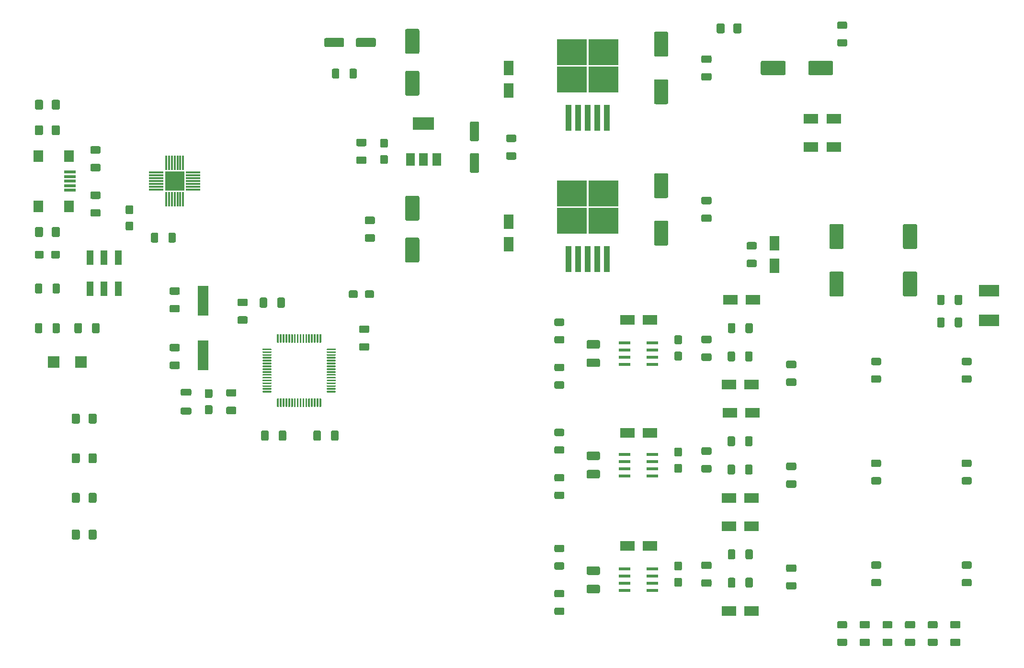
<source format=gbr>
%TF.GenerationSoftware,KiCad,Pcbnew,(5.1.7)-1*%
%TF.CreationDate,2020-11-10T11:56:55+09:00*%
%TF.ProjectId,BLDC_Motor_Controller_Ver1.0A_TEST,424c4443-5f4d-46f7-946f-725f436f6e74,Ver1.0A*%
%TF.SameCoordinates,Original*%
%TF.FileFunction,Paste,Top*%
%TF.FilePolarity,Positive*%
%FSLAX46Y46*%
G04 Gerber Fmt 4.6, Leading zero omitted, Abs format (unit mm)*
G04 Created by KiCad (PCBNEW (5.1.7)-1) date 2020-11-10 11:56:55*
%MOMM*%
%LPD*%
G01*
G04 APERTURE LIST*
%ADD10R,3.680000X2.110000*%
%ADD11R,2.500000X1.700000*%
%ADD12R,1.700000X2.500000*%
%ADD13R,2.000000X0.500000*%
%ADD14R,1.700000X2.000000*%
%ADD15R,1.200000X2.500000*%
%ADD16R,2.000000X2.000000*%
%ADD17R,5.250000X4.550000*%
%ADD18R,1.100000X4.600000*%
%ADD19R,1.500000X2.200000*%
%ADD20R,3.800000X2.200000*%
%ADD21R,2.000000X0.600000*%
%ADD22R,3.400000X3.400000*%
%ADD23R,0.300000X2.500000*%
%ADD24R,2.500000X0.300000*%
%ADD25R,1.930400X5.334000*%
G04 APERTURE END LIST*
D10*
%TO.C,R27*%
X231000000Y-81645000D03*
X231000000Y-76355000D03*
%TD*%
%TO.C,BC1*%
G36*
G01*
X112850000Y-101349999D02*
X112850000Y-102650001D01*
G75*
G02*
X112600001Y-102900000I-249999J0D01*
G01*
X111774999Y-102900000D01*
G75*
G02*
X111525000Y-102650001I0J249999D01*
G01*
X111525000Y-101349999D01*
G75*
G02*
X111774999Y-101100000I249999J0D01*
G01*
X112600001Y-101100000D01*
G75*
G02*
X112850000Y-101349999I0J-249999D01*
G01*
G37*
G36*
G01*
X115975000Y-101349999D02*
X115975000Y-102650001D01*
G75*
G02*
X115725001Y-102900000I-249999J0D01*
G01*
X114899999Y-102900000D01*
G75*
G02*
X114650000Y-102650001I0J249999D01*
G01*
X114650000Y-101349999D01*
G75*
G02*
X114899999Y-101100000I249999J0D01*
G01*
X115725001Y-101100000D01*
G75*
G02*
X115975000Y-101349999I0J-249999D01*
G01*
G37*
%TD*%
%TO.C,BC2*%
G36*
G01*
X119849999Y-85650000D02*
X121150001Y-85650000D01*
G75*
G02*
X121400000Y-85899999I0J-249999D01*
G01*
X121400000Y-86725001D01*
G75*
G02*
X121150001Y-86975000I-249999J0D01*
G01*
X119849999Y-86975000D01*
G75*
G02*
X119600000Y-86725001I0J249999D01*
G01*
X119600000Y-85899999D01*
G75*
G02*
X119849999Y-85650000I249999J0D01*
G01*
G37*
G36*
G01*
X119849999Y-82525000D02*
X121150001Y-82525000D01*
G75*
G02*
X121400000Y-82774999I0J-249999D01*
G01*
X121400000Y-83600001D01*
G75*
G02*
X121150001Y-83850000I-249999J0D01*
G01*
X119849999Y-83850000D01*
G75*
G02*
X119600000Y-83600001I0J249999D01*
G01*
X119600000Y-82774999D01*
G75*
G02*
X119849999Y-82525000I249999J0D01*
G01*
G37*
%TD*%
%TO.C,BC3*%
G36*
G01*
X102025000Y-79150001D02*
X102025000Y-77849999D01*
G75*
G02*
X102274999Y-77600000I249999J0D01*
G01*
X103100001Y-77600000D01*
G75*
G02*
X103350000Y-77849999I0J-249999D01*
G01*
X103350000Y-79150001D01*
G75*
G02*
X103100001Y-79400000I-249999J0D01*
G01*
X102274999Y-79400000D01*
G75*
G02*
X102025000Y-79150001I0J249999D01*
G01*
G37*
G36*
G01*
X105150000Y-79150001D02*
X105150000Y-77849999D01*
G75*
G02*
X105399999Y-77600000I249999J0D01*
G01*
X106225001Y-77600000D01*
G75*
G02*
X106475000Y-77849999I0J-249999D01*
G01*
X106475000Y-79150001D01*
G75*
G02*
X106225001Y-79400000I-249999J0D01*
G01*
X105399999Y-79400000D01*
G75*
G02*
X105150000Y-79150001I0J249999D01*
G01*
G37*
%TD*%
%TO.C,BC4*%
G36*
G01*
X106725000Y-101349999D02*
X106725000Y-102650001D01*
G75*
G02*
X106475001Y-102900000I-249999J0D01*
G01*
X105649999Y-102900000D01*
G75*
G02*
X105400000Y-102650001I0J249999D01*
G01*
X105400000Y-101349999D01*
G75*
G02*
X105649999Y-101100000I249999J0D01*
G01*
X106475001Y-101100000D01*
G75*
G02*
X106725000Y-101349999I0J-249999D01*
G01*
G37*
G36*
G01*
X103600000Y-101349999D02*
X103600000Y-102650001D01*
G75*
G02*
X103350001Y-102900000I-249999J0D01*
G01*
X102524999Y-102900000D01*
G75*
G02*
X102275000Y-102650001I0J249999D01*
G01*
X102275000Y-101349999D01*
G75*
G02*
X102524999Y-101100000I249999J0D01*
G01*
X103350001Y-101100000D01*
G75*
G02*
X103600000Y-101349999I0J-249999D01*
G01*
G37*
%TD*%
%TO.C,BC5*%
G36*
G01*
X99650001Y-79100000D02*
X98349999Y-79100000D01*
G75*
G02*
X98100000Y-78850001I0J249999D01*
G01*
X98100000Y-78024999D01*
G75*
G02*
X98349999Y-77775000I249999J0D01*
G01*
X99650001Y-77775000D01*
G75*
G02*
X99900000Y-78024999I0J-249999D01*
G01*
X99900000Y-78850001D01*
G75*
G02*
X99650001Y-79100000I-249999J0D01*
G01*
G37*
G36*
G01*
X99650001Y-82225000D02*
X98349999Y-82225000D01*
G75*
G02*
X98100000Y-81975001I0J249999D01*
G01*
X98100000Y-81149999D01*
G75*
G02*
X98349999Y-80900000I249999J0D01*
G01*
X99650001Y-80900000D01*
G75*
G02*
X99900000Y-81149999I0J-249999D01*
G01*
X99900000Y-81975001D01*
G75*
G02*
X99650001Y-82225000I-249999J0D01*
G01*
G37*
%TD*%
%TO.C,BC6*%
G36*
G01*
X196650001Y-90100000D02*
X195349999Y-90100000D01*
G75*
G02*
X195100000Y-89850001I0J249999D01*
G01*
X195100000Y-89024999D01*
G75*
G02*
X195349999Y-88775000I249999J0D01*
G01*
X196650001Y-88775000D01*
G75*
G02*
X196900000Y-89024999I0J-249999D01*
G01*
X196900000Y-89850001D01*
G75*
G02*
X196650001Y-90100000I-249999J0D01*
G01*
G37*
G36*
G01*
X196650001Y-93225000D02*
X195349999Y-93225000D01*
G75*
G02*
X195100000Y-92975001I0J249999D01*
G01*
X195100000Y-92149999D01*
G75*
G02*
X195349999Y-91900000I249999J0D01*
G01*
X196650001Y-91900000D01*
G75*
G02*
X196900000Y-92149999I0J-249999D01*
G01*
X196900000Y-92975001D01*
G75*
G02*
X196650001Y-93225000I-249999J0D01*
G01*
G37*
%TD*%
%TO.C,BC7*%
G36*
G01*
X196650001Y-111225000D02*
X195349999Y-111225000D01*
G75*
G02*
X195100000Y-110975001I0J249999D01*
G01*
X195100000Y-110149999D01*
G75*
G02*
X195349999Y-109900000I249999J0D01*
G01*
X196650001Y-109900000D01*
G75*
G02*
X196900000Y-110149999I0J-249999D01*
G01*
X196900000Y-110975001D01*
G75*
G02*
X196650001Y-111225000I-249999J0D01*
G01*
G37*
G36*
G01*
X196650001Y-108100000D02*
X195349999Y-108100000D01*
G75*
G02*
X195100000Y-107850001I0J249999D01*
G01*
X195100000Y-107024999D01*
G75*
G02*
X195349999Y-106775000I249999J0D01*
G01*
X196650001Y-106775000D01*
G75*
G02*
X196900000Y-107024999I0J-249999D01*
G01*
X196900000Y-107850001D01*
G75*
G02*
X196650001Y-108100000I-249999J0D01*
G01*
G37*
%TD*%
%TO.C,BC8*%
G36*
G01*
X196650001Y-126100000D02*
X195349999Y-126100000D01*
G75*
G02*
X195100000Y-125850001I0J249999D01*
G01*
X195100000Y-125024999D01*
G75*
G02*
X195349999Y-124775000I249999J0D01*
G01*
X196650001Y-124775000D01*
G75*
G02*
X196900000Y-125024999I0J-249999D01*
G01*
X196900000Y-125850001D01*
G75*
G02*
X196650001Y-126100000I-249999J0D01*
G01*
G37*
G36*
G01*
X196650001Y-129225000D02*
X195349999Y-129225000D01*
G75*
G02*
X195100000Y-128975001I0J249999D01*
G01*
X195100000Y-128149999D01*
G75*
G02*
X195349999Y-127900000I249999J0D01*
G01*
X196650001Y-127900000D01*
G75*
G02*
X196900000Y-128149999I0J-249999D01*
G01*
X196900000Y-128975001D01*
G75*
G02*
X196650001Y-129225000I-249999J0D01*
G01*
G37*
%TD*%
%TO.C,BC9*%
G36*
G01*
X189650001Y-72225000D02*
X188349999Y-72225000D01*
G75*
G02*
X188100000Y-71975001I0J249999D01*
G01*
X188100000Y-71149999D01*
G75*
G02*
X188349999Y-70900000I249999J0D01*
G01*
X189650001Y-70900000D01*
G75*
G02*
X189900000Y-71149999I0J-249999D01*
G01*
X189900000Y-71975001D01*
G75*
G02*
X189650001Y-72225000I-249999J0D01*
G01*
G37*
G36*
G01*
X189650001Y-69100000D02*
X188349999Y-69100000D01*
G75*
G02*
X188100000Y-68850001I0J249999D01*
G01*
X188100000Y-68024999D01*
G75*
G02*
X188349999Y-67775000I249999J0D01*
G01*
X189650001Y-67775000D01*
G75*
G02*
X189900000Y-68024999I0J-249999D01*
G01*
X189900000Y-68850001D01*
G75*
G02*
X189650001Y-69100000I-249999J0D01*
G01*
G37*
%TD*%
%TO.C,C1*%
G36*
G01*
X181650001Y-61100000D02*
X180349999Y-61100000D01*
G75*
G02*
X180100000Y-60850001I0J249999D01*
G01*
X180100000Y-60024999D01*
G75*
G02*
X180349999Y-59775000I249999J0D01*
G01*
X181650001Y-59775000D01*
G75*
G02*
X181900000Y-60024999I0J-249999D01*
G01*
X181900000Y-60850001D01*
G75*
G02*
X181650001Y-61100000I-249999J0D01*
G01*
G37*
G36*
G01*
X181650001Y-64225000D02*
X180349999Y-64225000D01*
G75*
G02*
X180100000Y-63975001I0J249999D01*
G01*
X180100000Y-63149999D01*
G75*
G02*
X180349999Y-62900000I249999J0D01*
G01*
X181650001Y-62900000D01*
G75*
G02*
X181900000Y-63149999I0J-249999D01*
G01*
X181900000Y-63975001D01*
G75*
G02*
X181650001Y-64225000I-249999J0D01*
G01*
G37*
%TD*%
%TO.C,C2*%
G36*
G01*
X181650001Y-36100000D02*
X180349999Y-36100000D01*
G75*
G02*
X180100000Y-35850001I0J249999D01*
G01*
X180100000Y-35024999D01*
G75*
G02*
X180349999Y-34775000I249999J0D01*
G01*
X181650001Y-34775000D01*
G75*
G02*
X181900000Y-35024999I0J-249999D01*
G01*
X181900000Y-35850001D01*
G75*
G02*
X181650001Y-36100000I-249999J0D01*
G01*
G37*
G36*
G01*
X181650001Y-39225000D02*
X180349999Y-39225000D01*
G75*
G02*
X180100000Y-38975001I0J249999D01*
G01*
X180100000Y-38149999D01*
G75*
G02*
X180349999Y-37900000I249999J0D01*
G01*
X181650001Y-37900000D01*
G75*
G02*
X181900000Y-38149999I0J-249999D01*
G01*
X181900000Y-38975001D01*
G75*
G02*
X181650001Y-39225000I-249999J0D01*
G01*
G37*
%TD*%
%TO.C,C3*%
G36*
G01*
X145849999Y-51900000D02*
X147150001Y-51900000D01*
G75*
G02*
X147400000Y-52149999I0J-249999D01*
G01*
X147400000Y-52975001D01*
G75*
G02*
X147150001Y-53225000I-249999J0D01*
G01*
X145849999Y-53225000D01*
G75*
G02*
X145600000Y-52975001I0J249999D01*
G01*
X145600000Y-52149999D01*
G75*
G02*
X145849999Y-51900000I249999J0D01*
G01*
G37*
G36*
G01*
X145849999Y-48775000D02*
X147150001Y-48775000D01*
G75*
G02*
X147400000Y-49024999I0J-249999D01*
G01*
X147400000Y-49850001D01*
G75*
G02*
X147150001Y-50100000I-249999J0D01*
G01*
X145849999Y-50100000D01*
G75*
G02*
X145600000Y-49850001I0J249999D01*
G01*
X145600000Y-49024999D01*
G75*
G02*
X145849999Y-48775000I249999J0D01*
G01*
G37*
%TD*%
%TO.C,C4*%
G36*
G01*
X174000000Y-68400000D02*
X172000000Y-68400000D01*
G75*
G02*
X171750000Y-68150000I0J250000D01*
G01*
X171750000Y-64250000D01*
G75*
G02*
X172000000Y-64000000I250000J0D01*
G01*
X174000000Y-64000000D01*
G75*
G02*
X174250000Y-64250000I0J-250000D01*
G01*
X174250000Y-68150000D01*
G75*
G02*
X174000000Y-68400000I-250000J0D01*
G01*
G37*
G36*
G01*
X174000000Y-60000000D02*
X172000000Y-60000000D01*
G75*
G02*
X171750000Y-59750000I0J250000D01*
G01*
X171750000Y-55850000D01*
G75*
G02*
X172000000Y-55600000I250000J0D01*
G01*
X174000000Y-55600000D01*
G75*
G02*
X174250000Y-55850000I0J-250000D01*
G01*
X174250000Y-59750000D01*
G75*
G02*
X174000000Y-60000000I-250000J0D01*
G01*
G37*
%TD*%
%TO.C,C5*%
G36*
G01*
X174000000Y-35000000D02*
X172000000Y-35000000D01*
G75*
G02*
X171750000Y-34750000I0J250000D01*
G01*
X171750000Y-30850000D01*
G75*
G02*
X172000000Y-30600000I250000J0D01*
G01*
X174000000Y-30600000D01*
G75*
G02*
X174250000Y-30850000I0J-250000D01*
G01*
X174250000Y-34750000D01*
G75*
G02*
X174000000Y-35000000I-250000J0D01*
G01*
G37*
G36*
G01*
X174000000Y-43400000D02*
X172000000Y-43400000D01*
G75*
G02*
X171750000Y-43150000I0J250000D01*
G01*
X171750000Y-39250000D01*
G75*
G02*
X172000000Y-39000000I250000J0D01*
G01*
X174000000Y-39000000D01*
G75*
G02*
X174250000Y-39250000I0J-250000D01*
G01*
X174250000Y-43150000D01*
G75*
G02*
X174000000Y-43400000I-250000J0D01*
G01*
G37*
%TD*%
%TO.C,C6*%
G36*
G01*
X139450000Y-52050000D02*
X140550000Y-52050000D01*
G75*
G02*
X140800000Y-52300000I0J-250000D01*
G01*
X140800000Y-55300000D01*
G75*
G02*
X140550000Y-55550000I-250000J0D01*
G01*
X139450000Y-55550000D01*
G75*
G02*
X139200000Y-55300000I0J250000D01*
G01*
X139200000Y-52300000D01*
G75*
G02*
X139450000Y-52050000I250000J0D01*
G01*
G37*
G36*
G01*
X139450000Y-46450000D02*
X140550000Y-46450000D01*
G75*
G02*
X140800000Y-46700000I0J-250000D01*
G01*
X140800000Y-49700000D01*
G75*
G02*
X140550000Y-49950000I-250000J0D01*
G01*
X139450000Y-49950000D01*
G75*
G02*
X139200000Y-49700000I0J250000D01*
G01*
X139200000Y-46700000D01*
G75*
G02*
X139450000Y-46450000I250000J0D01*
G01*
G37*
%TD*%
%TO.C,C7*%
G36*
G01*
X124425001Y-53975000D02*
X123574999Y-53975000D01*
G75*
G02*
X123325000Y-53725001I0J249999D01*
G01*
X123325000Y-52649999D01*
G75*
G02*
X123574999Y-52400000I249999J0D01*
G01*
X124425001Y-52400000D01*
G75*
G02*
X124675000Y-52649999I0J-249999D01*
G01*
X124675000Y-53725001D01*
G75*
G02*
X124425001Y-53975000I-249999J0D01*
G01*
G37*
G36*
G01*
X124425001Y-51100000D02*
X123574999Y-51100000D01*
G75*
G02*
X123325000Y-50850001I0J249999D01*
G01*
X123325000Y-49774999D01*
G75*
G02*
X123574999Y-49525000I249999J0D01*
G01*
X124425001Y-49525000D01*
G75*
G02*
X124675000Y-49774999I0J-249999D01*
G01*
X124675000Y-50850001D01*
G75*
G02*
X124425001Y-51100000I-249999J0D01*
G01*
G37*
%TD*%
%TO.C,C8*%
G36*
G01*
X190600000Y-38000000D02*
X190600000Y-36000000D01*
G75*
G02*
X190850000Y-35750000I250000J0D01*
G01*
X194750000Y-35750000D01*
G75*
G02*
X195000000Y-36000000I0J-250000D01*
G01*
X195000000Y-38000000D01*
G75*
G02*
X194750000Y-38250000I-250000J0D01*
G01*
X190850000Y-38250000D01*
G75*
G02*
X190600000Y-38000000I0J250000D01*
G01*
G37*
G36*
G01*
X199000000Y-38000000D02*
X199000000Y-36000000D01*
G75*
G02*
X199250000Y-35750000I250000J0D01*
G01*
X203150000Y-35750000D01*
G75*
G02*
X203400000Y-36000000I0J-250000D01*
G01*
X203400000Y-38000000D01*
G75*
G02*
X203150000Y-38250000I-250000J0D01*
G01*
X199250000Y-38250000D01*
G75*
G02*
X199000000Y-38000000I0J250000D01*
G01*
G37*
%TD*%
%TO.C,C9*%
G36*
G01*
X120650001Y-53975000D02*
X119349999Y-53975000D01*
G75*
G02*
X119100000Y-53725001I0J249999D01*
G01*
X119100000Y-52899999D01*
G75*
G02*
X119349999Y-52650000I249999J0D01*
G01*
X120650001Y-52650000D01*
G75*
G02*
X120900000Y-52899999I0J-249999D01*
G01*
X120900000Y-53725001D01*
G75*
G02*
X120650001Y-53975000I-249999J0D01*
G01*
G37*
G36*
G01*
X120650001Y-50850000D02*
X119349999Y-50850000D01*
G75*
G02*
X119100000Y-50600001I0J249999D01*
G01*
X119100000Y-49774999D01*
G75*
G02*
X119349999Y-49525000I249999J0D01*
G01*
X120650001Y-49525000D01*
G75*
G02*
X120900000Y-49774999I0J-249999D01*
G01*
X120900000Y-50600001D01*
G75*
G02*
X120650001Y-50850000I-249999J0D01*
G01*
G37*
%TD*%
%TO.C,C10*%
G36*
G01*
X130000000Y-64000000D02*
X128000000Y-64000000D01*
G75*
G02*
X127750000Y-63750000I0J250000D01*
G01*
X127750000Y-59850000D01*
G75*
G02*
X128000000Y-59600000I250000J0D01*
G01*
X130000000Y-59600000D01*
G75*
G02*
X130250000Y-59850000I0J-250000D01*
G01*
X130250000Y-63750000D01*
G75*
G02*
X130000000Y-64000000I-250000J0D01*
G01*
G37*
G36*
G01*
X130000000Y-71400000D02*
X128000000Y-71400000D01*
G75*
G02*
X127750000Y-71150000I0J250000D01*
G01*
X127750000Y-67250000D01*
G75*
G02*
X128000000Y-67000000I250000J0D01*
G01*
X130000000Y-67000000D01*
G75*
G02*
X130250000Y-67250000I0J-250000D01*
G01*
X130250000Y-71150000D01*
G75*
G02*
X130000000Y-71400000I-250000J0D01*
G01*
G37*
%TD*%
%TO.C,C11*%
G36*
G01*
X130000000Y-41900000D02*
X128000000Y-41900000D01*
G75*
G02*
X127750000Y-41650000I0J250000D01*
G01*
X127750000Y-37750000D01*
G75*
G02*
X128000000Y-37500000I250000J0D01*
G01*
X130000000Y-37500000D01*
G75*
G02*
X130250000Y-37750000I0J-250000D01*
G01*
X130250000Y-41650000D01*
G75*
G02*
X130000000Y-41900000I-250000J0D01*
G01*
G37*
G36*
G01*
X130000000Y-34500000D02*
X128000000Y-34500000D01*
G75*
G02*
X127750000Y-34250000I0J250000D01*
G01*
X127750000Y-30350000D01*
G75*
G02*
X128000000Y-30100000I250000J0D01*
G01*
X130000000Y-30100000D01*
G75*
G02*
X130250000Y-30350000I0J-250000D01*
G01*
X130250000Y-34250000D01*
G75*
G02*
X130000000Y-34500000I-250000J0D01*
G01*
G37*
%TD*%
%TO.C,C12*%
G36*
G01*
X122150001Y-64600000D02*
X120849999Y-64600000D01*
G75*
G02*
X120600000Y-64350001I0J249999D01*
G01*
X120600000Y-63524999D01*
G75*
G02*
X120849999Y-63275000I249999J0D01*
G01*
X122150001Y-63275000D01*
G75*
G02*
X122400000Y-63524999I0J-249999D01*
G01*
X122400000Y-64350001D01*
G75*
G02*
X122150001Y-64600000I-249999J0D01*
G01*
G37*
G36*
G01*
X122150001Y-67725000D02*
X120849999Y-67725000D01*
G75*
G02*
X120600000Y-67475001I0J249999D01*
G01*
X120600000Y-66649999D01*
G75*
G02*
X120849999Y-66400000I249999J0D01*
G01*
X122150001Y-66400000D01*
G75*
G02*
X122400000Y-66649999I0J-249999D01*
G01*
X122400000Y-67475001D01*
G75*
G02*
X122150001Y-67725000I-249999J0D01*
G01*
G37*
%TD*%
%TO.C,C13*%
G36*
G01*
X120650000Y-77425001D02*
X120650000Y-76574999D01*
G75*
G02*
X120899999Y-76325000I249999J0D01*
G01*
X121975001Y-76325000D01*
G75*
G02*
X122225000Y-76574999I0J-249999D01*
G01*
X122225000Y-77425001D01*
G75*
G02*
X121975001Y-77675000I-249999J0D01*
G01*
X120899999Y-77675000D01*
G75*
G02*
X120650000Y-77425001I0J249999D01*
G01*
G37*
G36*
G01*
X117775000Y-77425001D02*
X117775000Y-76574999D01*
G75*
G02*
X118024999Y-76325000I249999J0D01*
G01*
X119100001Y-76325000D01*
G75*
G02*
X119350000Y-76574999I0J-249999D01*
G01*
X119350000Y-77425001D01*
G75*
G02*
X119100001Y-77675000I-249999J0D01*
G01*
X118024999Y-77675000D01*
G75*
G02*
X117775000Y-77425001I0J249999D01*
G01*
G37*
%TD*%
%TO.C,C14*%
G36*
G01*
X72400000Y-83650001D02*
X72400000Y-82349999D01*
G75*
G02*
X72649999Y-82100000I249999J0D01*
G01*
X73475001Y-82100000D01*
G75*
G02*
X73725000Y-82349999I0J-249999D01*
G01*
X73725000Y-83650001D01*
G75*
G02*
X73475001Y-83900000I-249999J0D01*
G01*
X72649999Y-83900000D01*
G75*
G02*
X72400000Y-83650001I0J249999D01*
G01*
G37*
G36*
G01*
X69275000Y-83650001D02*
X69275000Y-82349999D01*
G75*
G02*
X69524999Y-82100000I249999J0D01*
G01*
X70350001Y-82100000D01*
G75*
G02*
X70600000Y-82349999I0J-249999D01*
G01*
X70600000Y-83650001D01*
G75*
G02*
X70350001Y-83900000I-249999J0D01*
G01*
X69524999Y-83900000D01*
G75*
G02*
X69275000Y-83650001I0J249999D01*
G01*
G37*
%TD*%
%TO.C,C15*%
G36*
G01*
X87650001Y-80225000D02*
X86349999Y-80225000D01*
G75*
G02*
X86100000Y-79975001I0J249999D01*
G01*
X86100000Y-79149999D01*
G75*
G02*
X86349999Y-78900000I249999J0D01*
G01*
X87650001Y-78900000D01*
G75*
G02*
X87900000Y-79149999I0J-249999D01*
G01*
X87900000Y-79975001D01*
G75*
G02*
X87650001Y-80225000I-249999J0D01*
G01*
G37*
G36*
G01*
X87650001Y-77100000D02*
X86349999Y-77100000D01*
G75*
G02*
X86100000Y-76850001I0J249999D01*
G01*
X86100000Y-76024999D01*
G75*
G02*
X86349999Y-75775000I249999J0D01*
G01*
X87650001Y-75775000D01*
G75*
G02*
X87900000Y-76024999I0J-249999D01*
G01*
X87900000Y-76850001D01*
G75*
G02*
X87650001Y-77100000I-249999J0D01*
G01*
G37*
%TD*%
%TO.C,C16*%
G36*
G01*
X86349999Y-88900000D02*
X87650001Y-88900000D01*
G75*
G02*
X87900000Y-89149999I0J-249999D01*
G01*
X87900000Y-89975001D01*
G75*
G02*
X87650001Y-90225000I-249999J0D01*
G01*
X86349999Y-90225000D01*
G75*
G02*
X86100000Y-89975001I0J249999D01*
G01*
X86100000Y-89149999D01*
G75*
G02*
X86349999Y-88900000I249999J0D01*
G01*
G37*
G36*
G01*
X86349999Y-85775000D02*
X87650001Y-85775000D01*
G75*
G02*
X87900000Y-86024999I0J-249999D01*
G01*
X87900000Y-86850001D01*
G75*
G02*
X87650001Y-87100000I-249999J0D01*
G01*
X86349999Y-87100000D01*
G75*
G02*
X86100000Y-86850001I0J249999D01*
G01*
X86100000Y-86024999D01*
G75*
G02*
X86349999Y-85775000I249999J0D01*
G01*
G37*
%TD*%
%TO.C,C17*%
G36*
G01*
X97650001Y-98225000D02*
X96349999Y-98225000D01*
G75*
G02*
X96100000Y-97975001I0J249999D01*
G01*
X96100000Y-97149999D01*
G75*
G02*
X96349999Y-96900000I249999J0D01*
G01*
X97650001Y-96900000D01*
G75*
G02*
X97900000Y-97149999I0J-249999D01*
G01*
X97900000Y-97975001D01*
G75*
G02*
X97650001Y-98225000I-249999J0D01*
G01*
G37*
G36*
G01*
X97650001Y-95100000D02*
X96349999Y-95100000D01*
G75*
G02*
X96100000Y-94850001I0J249999D01*
G01*
X96100000Y-94024999D01*
G75*
G02*
X96349999Y-93775000I249999J0D01*
G01*
X97650001Y-93775000D01*
G75*
G02*
X97900000Y-94024999I0J-249999D01*
G01*
X97900000Y-94850001D01*
G75*
G02*
X97650001Y-95100000I-249999J0D01*
G01*
G37*
%TD*%
%TO.C,C18*%
G36*
G01*
X93425001Y-98225000D02*
X92574999Y-98225000D01*
G75*
G02*
X92325000Y-97975001I0J249999D01*
G01*
X92325000Y-96899999D01*
G75*
G02*
X92574999Y-96650000I249999J0D01*
G01*
X93425001Y-96650000D01*
G75*
G02*
X93675000Y-96899999I0J-249999D01*
G01*
X93675000Y-97975001D01*
G75*
G02*
X93425001Y-98225000I-249999J0D01*
G01*
G37*
G36*
G01*
X93425001Y-95350000D02*
X92574999Y-95350000D01*
G75*
G02*
X92325000Y-95100001I0J249999D01*
G01*
X92325000Y-94024999D01*
G75*
G02*
X92574999Y-93775000I249999J0D01*
G01*
X93425001Y-93775000D01*
G75*
G02*
X93675000Y-94024999I0J-249999D01*
G01*
X93675000Y-95100001D01*
G75*
G02*
X93425001Y-95350000I-249999J0D01*
G01*
G37*
%TD*%
%TO.C,C19*%
G36*
G01*
X160075000Y-85125000D02*
X161925000Y-85125000D01*
G75*
G02*
X162175000Y-85375000I0J-250000D01*
G01*
X162175000Y-86375000D01*
G75*
G02*
X161925000Y-86625000I-250000J0D01*
G01*
X160075000Y-86625000D01*
G75*
G02*
X159825000Y-86375000I0J250000D01*
G01*
X159825000Y-85375000D01*
G75*
G02*
X160075000Y-85125000I250000J0D01*
G01*
G37*
G36*
G01*
X160075000Y-88375000D02*
X161925000Y-88375000D01*
G75*
G02*
X162175000Y-88625000I0J-250000D01*
G01*
X162175000Y-89625000D01*
G75*
G02*
X161925000Y-89875000I-250000J0D01*
G01*
X160075000Y-89875000D01*
G75*
G02*
X159825000Y-89625000I0J250000D01*
G01*
X159825000Y-88625000D01*
G75*
G02*
X160075000Y-88375000I250000J0D01*
G01*
G37*
%TD*%
%TO.C,C20*%
G36*
G01*
X160075000Y-104825000D02*
X161925000Y-104825000D01*
G75*
G02*
X162175000Y-105075000I0J-250000D01*
G01*
X162175000Y-106075000D01*
G75*
G02*
X161925000Y-106325000I-250000J0D01*
G01*
X160075000Y-106325000D01*
G75*
G02*
X159825000Y-106075000I0J250000D01*
G01*
X159825000Y-105075000D01*
G75*
G02*
X160075000Y-104825000I250000J0D01*
G01*
G37*
G36*
G01*
X160075000Y-108075000D02*
X161925000Y-108075000D01*
G75*
G02*
X162175000Y-108325000I0J-250000D01*
G01*
X162175000Y-109325000D01*
G75*
G02*
X161925000Y-109575000I-250000J0D01*
G01*
X160075000Y-109575000D01*
G75*
G02*
X159825000Y-109325000I0J250000D01*
G01*
X159825000Y-108325000D01*
G75*
G02*
X160075000Y-108075000I250000J0D01*
G01*
G37*
%TD*%
%TO.C,C21*%
G36*
G01*
X160075000Y-128375000D02*
X161925000Y-128375000D01*
G75*
G02*
X162175000Y-128625000I0J-250000D01*
G01*
X162175000Y-129625000D01*
G75*
G02*
X161925000Y-129875000I-250000J0D01*
G01*
X160075000Y-129875000D01*
G75*
G02*
X159825000Y-129625000I0J250000D01*
G01*
X159825000Y-128625000D01*
G75*
G02*
X160075000Y-128375000I250000J0D01*
G01*
G37*
G36*
G01*
X160075000Y-125125000D02*
X161925000Y-125125000D01*
G75*
G02*
X162175000Y-125375000I0J-250000D01*
G01*
X162175000Y-126375000D01*
G75*
G02*
X161925000Y-126625000I-250000J0D01*
G01*
X160075000Y-126625000D01*
G75*
G02*
X159825000Y-126375000I0J250000D01*
G01*
X159825000Y-125375000D01*
G75*
G02*
X160075000Y-125125000I250000J0D01*
G01*
G37*
%TD*%
%TO.C,C22*%
G36*
G01*
X175574999Y-87150000D02*
X176425001Y-87150000D01*
G75*
G02*
X176675000Y-87399999I0J-249999D01*
G01*
X176675000Y-88475001D01*
G75*
G02*
X176425001Y-88725000I-249999J0D01*
G01*
X175574999Y-88725000D01*
G75*
G02*
X175325000Y-88475001I0J249999D01*
G01*
X175325000Y-87399999D01*
G75*
G02*
X175574999Y-87150000I249999J0D01*
G01*
G37*
G36*
G01*
X175574999Y-84275000D02*
X176425001Y-84275000D01*
G75*
G02*
X176675000Y-84524999I0J-249999D01*
G01*
X176675000Y-85600001D01*
G75*
G02*
X176425001Y-85850000I-249999J0D01*
G01*
X175574999Y-85850000D01*
G75*
G02*
X175325000Y-85600001I0J249999D01*
G01*
X175325000Y-84524999D01*
G75*
G02*
X175574999Y-84275000I249999J0D01*
G01*
G37*
%TD*%
%TO.C,C23*%
G36*
G01*
X175574999Y-107000000D02*
X176425001Y-107000000D01*
G75*
G02*
X176675000Y-107249999I0J-249999D01*
G01*
X176675000Y-108325001D01*
G75*
G02*
X176425001Y-108575000I-249999J0D01*
G01*
X175574999Y-108575000D01*
G75*
G02*
X175325000Y-108325001I0J249999D01*
G01*
X175325000Y-107249999D01*
G75*
G02*
X175574999Y-107000000I249999J0D01*
G01*
G37*
G36*
G01*
X175574999Y-104125000D02*
X176425001Y-104125000D01*
G75*
G02*
X176675000Y-104374999I0J-249999D01*
G01*
X176675000Y-105450001D01*
G75*
G02*
X176425001Y-105700000I-249999J0D01*
G01*
X175574999Y-105700000D01*
G75*
G02*
X175325000Y-105450001I0J249999D01*
G01*
X175325000Y-104374999D01*
G75*
G02*
X175574999Y-104125000I249999J0D01*
G01*
G37*
%TD*%
%TO.C,C24*%
G36*
G01*
X175574999Y-124275000D02*
X176425001Y-124275000D01*
G75*
G02*
X176675000Y-124524999I0J-249999D01*
G01*
X176675000Y-125600001D01*
G75*
G02*
X176425001Y-125850000I-249999J0D01*
G01*
X175574999Y-125850000D01*
G75*
G02*
X175325000Y-125600001I0J249999D01*
G01*
X175325000Y-124524999D01*
G75*
G02*
X175574999Y-124275000I249999J0D01*
G01*
G37*
G36*
G01*
X175574999Y-127150000D02*
X176425001Y-127150000D01*
G75*
G02*
X176675000Y-127399999I0J-249999D01*
G01*
X176675000Y-128475001D01*
G75*
G02*
X176425001Y-128725000I-249999J0D01*
G01*
X175574999Y-128725000D01*
G75*
G02*
X175325000Y-128475001I0J249999D01*
G01*
X175325000Y-127399999D01*
G75*
G02*
X175574999Y-127150000I249999J0D01*
G01*
G37*
%TD*%
%TO.C,C25*%
G36*
G01*
X180349999Y-87462500D02*
X181650001Y-87462500D01*
G75*
G02*
X181900000Y-87712499I0J-249999D01*
G01*
X181900000Y-88537501D01*
G75*
G02*
X181650001Y-88787500I-249999J0D01*
G01*
X180349999Y-88787500D01*
G75*
G02*
X180100000Y-88537501I0J249999D01*
G01*
X180100000Y-87712499D01*
G75*
G02*
X180349999Y-87462500I249999J0D01*
G01*
G37*
G36*
G01*
X180349999Y-84337500D02*
X181650001Y-84337500D01*
G75*
G02*
X181900000Y-84587499I0J-249999D01*
G01*
X181900000Y-85412501D01*
G75*
G02*
X181650001Y-85662500I-249999J0D01*
G01*
X180349999Y-85662500D01*
G75*
G02*
X180100000Y-85412501I0J249999D01*
G01*
X180100000Y-84587499D01*
G75*
G02*
X180349999Y-84337500I249999J0D01*
G01*
G37*
%TD*%
%TO.C,C26*%
G36*
G01*
X180349999Y-104075000D02*
X181650001Y-104075000D01*
G75*
G02*
X181900000Y-104324999I0J-249999D01*
G01*
X181900000Y-105150001D01*
G75*
G02*
X181650001Y-105400000I-249999J0D01*
G01*
X180349999Y-105400000D01*
G75*
G02*
X180100000Y-105150001I0J249999D01*
G01*
X180100000Y-104324999D01*
G75*
G02*
X180349999Y-104075000I249999J0D01*
G01*
G37*
G36*
G01*
X180349999Y-107200000D02*
X181650001Y-107200000D01*
G75*
G02*
X181900000Y-107449999I0J-249999D01*
G01*
X181900000Y-108275001D01*
G75*
G02*
X181650001Y-108525000I-249999J0D01*
G01*
X180349999Y-108525000D01*
G75*
G02*
X180100000Y-108275001I0J249999D01*
G01*
X180100000Y-107449999D01*
G75*
G02*
X180349999Y-107200000I249999J0D01*
G01*
G37*
%TD*%
%TO.C,C27*%
G36*
G01*
X180349999Y-127400000D02*
X181650001Y-127400000D01*
G75*
G02*
X181900000Y-127649999I0J-249999D01*
G01*
X181900000Y-128475001D01*
G75*
G02*
X181650001Y-128725000I-249999J0D01*
G01*
X180349999Y-128725000D01*
G75*
G02*
X180100000Y-128475001I0J249999D01*
G01*
X180100000Y-127649999D01*
G75*
G02*
X180349999Y-127400000I249999J0D01*
G01*
G37*
G36*
G01*
X180349999Y-124275000D02*
X181650001Y-124275000D01*
G75*
G02*
X181900000Y-124524999I0J-249999D01*
G01*
X181900000Y-125350001D01*
G75*
G02*
X181650001Y-125600000I-249999J0D01*
G01*
X180349999Y-125600000D01*
G75*
G02*
X180100000Y-125350001I0J249999D01*
G01*
X180100000Y-124524999D01*
G75*
G02*
X180349999Y-124275000I249999J0D01*
G01*
G37*
%TD*%
%TO.C,C28*%
G36*
G01*
X221775000Y-78650001D02*
X221775000Y-77349999D01*
G75*
G02*
X222024999Y-77100000I249999J0D01*
G01*
X222850001Y-77100000D01*
G75*
G02*
X223100000Y-77349999I0J-249999D01*
G01*
X223100000Y-78650001D01*
G75*
G02*
X222850001Y-78900000I-249999J0D01*
G01*
X222024999Y-78900000D01*
G75*
G02*
X221775000Y-78650001I0J249999D01*
G01*
G37*
G36*
G01*
X224900000Y-78650001D02*
X224900000Y-77349999D01*
G75*
G02*
X225149999Y-77100000I249999J0D01*
G01*
X225975001Y-77100000D01*
G75*
G02*
X226225000Y-77349999I0J-249999D01*
G01*
X226225000Y-78650001D01*
G75*
G02*
X225975001Y-78900000I-249999J0D01*
G01*
X225149999Y-78900000D01*
G75*
G02*
X224900000Y-78650001I0J249999D01*
G01*
G37*
%TD*%
%TO.C,C29*%
G36*
G01*
X122550000Y-31950000D02*
X122550000Y-33050000D01*
G75*
G02*
X122300000Y-33300000I-250000J0D01*
G01*
X119300000Y-33300000D01*
G75*
G02*
X119050000Y-33050000I0J250000D01*
G01*
X119050000Y-31950000D01*
G75*
G02*
X119300000Y-31700000I250000J0D01*
G01*
X122300000Y-31700000D01*
G75*
G02*
X122550000Y-31950000I0J-250000D01*
G01*
G37*
G36*
G01*
X116950000Y-31950000D02*
X116950000Y-33050000D01*
G75*
G02*
X116700000Y-33300000I-250000J0D01*
G01*
X113700000Y-33300000D01*
G75*
G02*
X113450000Y-33050000I0J250000D01*
G01*
X113450000Y-31950000D01*
G75*
G02*
X113700000Y-31700000I250000J0D01*
G01*
X116700000Y-31700000D01*
G75*
G02*
X116950000Y-31950000I0J-250000D01*
G01*
G37*
%TD*%
%TO.C,C30*%
G36*
G01*
X205000000Y-77400000D02*
X203000000Y-77400000D01*
G75*
G02*
X202750000Y-77150000I0J250000D01*
G01*
X202750000Y-73250000D01*
G75*
G02*
X203000000Y-73000000I250000J0D01*
G01*
X205000000Y-73000000D01*
G75*
G02*
X205250000Y-73250000I0J-250000D01*
G01*
X205250000Y-77150000D01*
G75*
G02*
X205000000Y-77400000I-250000J0D01*
G01*
G37*
G36*
G01*
X205000000Y-69000000D02*
X203000000Y-69000000D01*
G75*
G02*
X202750000Y-68750000I0J250000D01*
G01*
X202750000Y-64850000D01*
G75*
G02*
X203000000Y-64600000I250000J0D01*
G01*
X205000000Y-64600000D01*
G75*
G02*
X205250000Y-64850000I0J-250000D01*
G01*
X205250000Y-68750000D01*
G75*
G02*
X205000000Y-69000000I-250000J0D01*
G01*
G37*
%TD*%
%TO.C,C31*%
G36*
G01*
X209650001Y-139225000D02*
X208349999Y-139225000D01*
G75*
G02*
X208100000Y-138975001I0J249999D01*
G01*
X208100000Y-138149999D01*
G75*
G02*
X208349999Y-137900000I249999J0D01*
G01*
X209650001Y-137900000D01*
G75*
G02*
X209900000Y-138149999I0J-249999D01*
G01*
X209900000Y-138975001D01*
G75*
G02*
X209650001Y-139225000I-249999J0D01*
G01*
G37*
G36*
G01*
X209650001Y-136100000D02*
X208349999Y-136100000D01*
G75*
G02*
X208100000Y-135850001I0J249999D01*
G01*
X208100000Y-135024999D01*
G75*
G02*
X208349999Y-134775000I249999J0D01*
G01*
X209650001Y-134775000D01*
G75*
G02*
X209900000Y-135024999I0J-249999D01*
G01*
X209900000Y-135850001D01*
G75*
G02*
X209650001Y-136100000I-249999J0D01*
G01*
G37*
%TD*%
%TO.C,C32*%
G36*
G01*
X217650001Y-139225000D02*
X216349999Y-139225000D01*
G75*
G02*
X216100000Y-138975001I0J249999D01*
G01*
X216100000Y-138149999D01*
G75*
G02*
X216349999Y-137900000I249999J0D01*
G01*
X217650001Y-137900000D01*
G75*
G02*
X217900000Y-138149999I0J-249999D01*
G01*
X217900000Y-138975001D01*
G75*
G02*
X217650001Y-139225000I-249999J0D01*
G01*
G37*
G36*
G01*
X217650001Y-136100000D02*
X216349999Y-136100000D01*
G75*
G02*
X216100000Y-135850001I0J249999D01*
G01*
X216100000Y-135024999D01*
G75*
G02*
X216349999Y-134775000I249999J0D01*
G01*
X217650001Y-134775000D01*
G75*
G02*
X217900000Y-135024999I0J-249999D01*
G01*
X217900000Y-135850001D01*
G75*
G02*
X217650001Y-136100000I-249999J0D01*
G01*
G37*
%TD*%
%TO.C,C33*%
G36*
G01*
X218000000Y-77400000D02*
X216000000Y-77400000D01*
G75*
G02*
X215750000Y-77150000I0J250000D01*
G01*
X215750000Y-73250000D01*
G75*
G02*
X216000000Y-73000000I250000J0D01*
G01*
X218000000Y-73000000D01*
G75*
G02*
X218250000Y-73250000I0J-250000D01*
G01*
X218250000Y-77150000D01*
G75*
G02*
X218000000Y-77400000I-250000J0D01*
G01*
G37*
G36*
G01*
X218000000Y-69000000D02*
X216000000Y-69000000D01*
G75*
G02*
X215750000Y-68750000I0J250000D01*
G01*
X215750000Y-64850000D01*
G75*
G02*
X216000000Y-64600000I250000J0D01*
G01*
X218000000Y-64600000D01*
G75*
G02*
X218250000Y-64850000I0J-250000D01*
G01*
X218250000Y-68750000D01*
G75*
G02*
X218000000Y-69000000I-250000J0D01*
G01*
G37*
%TD*%
%TO.C,C34*%
G36*
G01*
X225650001Y-136100000D02*
X224349999Y-136100000D01*
G75*
G02*
X224100000Y-135850001I0J249999D01*
G01*
X224100000Y-135024999D01*
G75*
G02*
X224349999Y-134775000I249999J0D01*
G01*
X225650001Y-134775000D01*
G75*
G02*
X225900000Y-135024999I0J-249999D01*
G01*
X225900000Y-135850001D01*
G75*
G02*
X225650001Y-136100000I-249999J0D01*
G01*
G37*
G36*
G01*
X225650001Y-139225000D02*
X224349999Y-139225000D01*
G75*
G02*
X224100000Y-138975001I0J249999D01*
G01*
X224100000Y-138149999D01*
G75*
G02*
X224349999Y-137900000I249999J0D01*
G01*
X225650001Y-137900000D01*
G75*
G02*
X225900000Y-138149999I0J-249999D01*
G01*
X225900000Y-138975001D01*
G75*
G02*
X225650001Y-139225000I-249999J0D01*
G01*
G37*
%TD*%
%TO.C,C36*%
G36*
G01*
X72349999Y-58837500D02*
X73650001Y-58837500D01*
G75*
G02*
X73900000Y-59087499I0J-249999D01*
G01*
X73900000Y-59912501D01*
G75*
G02*
X73650001Y-60162500I-249999J0D01*
G01*
X72349999Y-60162500D01*
G75*
G02*
X72100000Y-59912501I0J249999D01*
G01*
X72100000Y-59087499D01*
G75*
G02*
X72349999Y-58837500I249999J0D01*
G01*
G37*
G36*
G01*
X72349999Y-61962500D02*
X73650001Y-61962500D01*
G75*
G02*
X73900000Y-62212499I0J-249999D01*
G01*
X73900000Y-63037501D01*
G75*
G02*
X73650001Y-63287500I-249999J0D01*
G01*
X72349999Y-63287500D01*
G75*
G02*
X72100000Y-63037501I0J249999D01*
G01*
X72100000Y-62212499D01*
G75*
G02*
X72349999Y-61962500I249999J0D01*
G01*
G37*
%TD*%
%TO.C,C37*%
G36*
G01*
X73650001Y-55287500D02*
X72349999Y-55287500D01*
G75*
G02*
X72100000Y-55037501I0J249999D01*
G01*
X72100000Y-54212499D01*
G75*
G02*
X72349999Y-53962500I249999J0D01*
G01*
X73650001Y-53962500D01*
G75*
G02*
X73900000Y-54212499I0J-249999D01*
G01*
X73900000Y-55037501D01*
G75*
G02*
X73650001Y-55287500I-249999J0D01*
G01*
G37*
G36*
G01*
X73650001Y-52162500D02*
X72349999Y-52162500D01*
G75*
G02*
X72100000Y-51912501I0J249999D01*
G01*
X72100000Y-51087499D01*
G75*
G02*
X72349999Y-50837500I249999J0D01*
G01*
X73650001Y-50837500D01*
G75*
G02*
X73900000Y-51087499I0J-249999D01*
G01*
X73900000Y-51912501D01*
G75*
G02*
X73650001Y-52162500I-249999J0D01*
G01*
G37*
%TD*%
%TO.C,C38*%
G36*
G01*
X66725000Y-69574999D02*
X66725000Y-70425001D01*
G75*
G02*
X66475001Y-70675000I-249999J0D01*
G01*
X65399999Y-70675000D01*
G75*
G02*
X65150000Y-70425001I0J249999D01*
G01*
X65150000Y-69574999D01*
G75*
G02*
X65399999Y-69325000I249999J0D01*
G01*
X66475001Y-69325000D01*
G75*
G02*
X66725000Y-69574999I0J-249999D01*
G01*
G37*
G36*
G01*
X63850000Y-69574999D02*
X63850000Y-70425001D01*
G75*
G02*
X63600001Y-70675000I-249999J0D01*
G01*
X62524999Y-70675000D01*
G75*
G02*
X62275000Y-70425001I0J249999D01*
G01*
X62275000Y-69574999D01*
G75*
G02*
X62524999Y-69325000I249999J0D01*
G01*
X63600001Y-69325000D01*
G75*
G02*
X63850000Y-69574999I0J-249999D01*
G01*
G37*
%TD*%
%TO.C,C39*%
G36*
G01*
X78574999Y-64150000D02*
X79425001Y-64150000D01*
G75*
G02*
X79675000Y-64399999I0J-249999D01*
G01*
X79675000Y-65475001D01*
G75*
G02*
X79425001Y-65725000I-249999J0D01*
G01*
X78574999Y-65725000D01*
G75*
G02*
X78325000Y-65475001I0J249999D01*
G01*
X78325000Y-64399999D01*
G75*
G02*
X78574999Y-64150000I249999J0D01*
G01*
G37*
G36*
G01*
X78574999Y-61275000D02*
X79425001Y-61275000D01*
G75*
G02*
X79675000Y-61524999I0J-249999D01*
G01*
X79675000Y-62600001D01*
G75*
G02*
X79425001Y-62850000I-249999J0D01*
G01*
X78574999Y-62850000D01*
G75*
G02*
X78325000Y-62600001I0J249999D01*
G01*
X78325000Y-61524999D01*
G75*
G02*
X78574999Y-61275000I249999J0D01*
G01*
G37*
%TD*%
D11*
%TO.C,D1*%
X199500000Y-51000000D03*
X203500000Y-51000000D03*
%TD*%
%TO.C,D3*%
X199500000Y-46000000D03*
X203500000Y-46000000D03*
%TD*%
D12*
%TO.C,D4*%
X146000000Y-64150000D03*
X146000000Y-68150000D03*
%TD*%
%TO.C,D5*%
X146000000Y-37000000D03*
X146000000Y-41000000D03*
%TD*%
%TO.C,D8*%
G36*
G01*
X184225000Y-29375000D02*
X184225000Y-30625000D01*
G75*
G02*
X183975000Y-30875000I-250000J0D01*
G01*
X183050000Y-30875000D01*
G75*
G02*
X182800000Y-30625000I0J250000D01*
G01*
X182800000Y-29375000D01*
G75*
G02*
X183050000Y-29125000I250000J0D01*
G01*
X183975000Y-29125000D01*
G75*
G02*
X184225000Y-29375000I0J-250000D01*
G01*
G37*
G36*
G01*
X187200000Y-29375000D02*
X187200000Y-30625000D01*
G75*
G02*
X186950000Y-30875000I-250000J0D01*
G01*
X186025000Y-30875000D01*
G75*
G02*
X185775000Y-30625000I0J250000D01*
G01*
X185775000Y-29375000D01*
G75*
G02*
X186025000Y-29125000I250000J0D01*
G01*
X186950000Y-29125000D01*
G75*
G02*
X187200000Y-29375000I0J-250000D01*
G01*
G37*
%TD*%
%TO.C,D9*%
G36*
G01*
X73200000Y-98375000D02*
X73200000Y-99625000D01*
G75*
G02*
X72950000Y-99875000I-250000J0D01*
G01*
X72025000Y-99875000D01*
G75*
G02*
X71775000Y-99625000I0J250000D01*
G01*
X71775000Y-98375000D01*
G75*
G02*
X72025000Y-98125000I250000J0D01*
G01*
X72950000Y-98125000D01*
G75*
G02*
X73200000Y-98375000I0J-250000D01*
G01*
G37*
G36*
G01*
X70225000Y-98375000D02*
X70225000Y-99625000D01*
G75*
G02*
X69975000Y-99875000I-250000J0D01*
G01*
X69050000Y-99875000D01*
G75*
G02*
X68800000Y-99625000I0J250000D01*
G01*
X68800000Y-98375000D01*
G75*
G02*
X69050000Y-98125000I250000J0D01*
G01*
X69975000Y-98125000D01*
G75*
G02*
X70225000Y-98375000I0J-250000D01*
G01*
G37*
%TD*%
%TO.C,D10*%
G36*
G01*
X70225000Y-105375000D02*
X70225000Y-106625000D01*
G75*
G02*
X69975000Y-106875000I-250000J0D01*
G01*
X69050000Y-106875000D01*
G75*
G02*
X68800000Y-106625000I0J250000D01*
G01*
X68800000Y-105375000D01*
G75*
G02*
X69050000Y-105125000I250000J0D01*
G01*
X69975000Y-105125000D01*
G75*
G02*
X70225000Y-105375000I0J-250000D01*
G01*
G37*
G36*
G01*
X73200000Y-105375000D02*
X73200000Y-106625000D01*
G75*
G02*
X72950000Y-106875000I-250000J0D01*
G01*
X72025000Y-106875000D01*
G75*
G02*
X71775000Y-106625000I0J250000D01*
G01*
X71775000Y-105375000D01*
G75*
G02*
X72025000Y-105125000I250000J0D01*
G01*
X72950000Y-105125000D01*
G75*
G02*
X73200000Y-105375000I0J-250000D01*
G01*
G37*
%TD*%
%TO.C,D11*%
G36*
G01*
X70225000Y-112375000D02*
X70225000Y-113625000D01*
G75*
G02*
X69975000Y-113875000I-250000J0D01*
G01*
X69050000Y-113875000D01*
G75*
G02*
X68800000Y-113625000I0J250000D01*
G01*
X68800000Y-112375000D01*
G75*
G02*
X69050000Y-112125000I250000J0D01*
G01*
X69975000Y-112125000D01*
G75*
G02*
X70225000Y-112375000I0J-250000D01*
G01*
G37*
G36*
G01*
X73200000Y-112375000D02*
X73200000Y-113625000D01*
G75*
G02*
X72950000Y-113875000I-250000J0D01*
G01*
X72025000Y-113875000D01*
G75*
G02*
X71775000Y-113625000I0J250000D01*
G01*
X71775000Y-112375000D01*
G75*
G02*
X72025000Y-112125000I250000J0D01*
G01*
X72950000Y-112125000D01*
G75*
G02*
X73200000Y-112375000I0J-250000D01*
G01*
G37*
%TD*%
%TO.C,D12*%
G36*
G01*
X73200000Y-118875000D02*
X73200000Y-120125000D01*
G75*
G02*
X72950000Y-120375000I-250000J0D01*
G01*
X72025000Y-120375000D01*
G75*
G02*
X71775000Y-120125000I0J250000D01*
G01*
X71775000Y-118875000D01*
G75*
G02*
X72025000Y-118625000I250000J0D01*
G01*
X72950000Y-118625000D01*
G75*
G02*
X73200000Y-118875000I0J-250000D01*
G01*
G37*
G36*
G01*
X70225000Y-118875000D02*
X70225000Y-120125000D01*
G75*
G02*
X69975000Y-120375000I-250000J0D01*
G01*
X69050000Y-120375000D01*
G75*
G02*
X68800000Y-120125000I0J250000D01*
G01*
X68800000Y-118875000D01*
G75*
G02*
X69050000Y-118625000I250000J0D01*
G01*
X69975000Y-118625000D01*
G75*
G02*
X70225000Y-118875000I0J-250000D01*
G01*
G37*
%TD*%
D11*
%TO.C,D16*%
X171000000Y-81500000D03*
X167000000Y-81500000D03*
%TD*%
%TO.C,D17*%
X171000000Y-101500000D03*
X167000000Y-101500000D03*
%TD*%
%TO.C,D18*%
X167000000Y-121500000D03*
X171000000Y-121500000D03*
%TD*%
%TO.C,D19*%
X185250000Y-78000000D03*
X189250000Y-78000000D03*
%TD*%
%TO.C,D20*%
X185000000Y-93000000D03*
X189000000Y-93000000D03*
%TD*%
%TO.C,D21*%
X189150000Y-98000000D03*
X185150000Y-98000000D03*
%TD*%
%TO.C,D22*%
X189000000Y-113000000D03*
X185000000Y-113000000D03*
%TD*%
%TO.C,D23*%
X185000000Y-118000000D03*
X189000000Y-118000000D03*
%TD*%
%TO.C,D24*%
X189000000Y-133000000D03*
X185000000Y-133000000D03*
%TD*%
D12*
%TO.C,D31*%
X193000000Y-68000000D03*
X193000000Y-72000000D03*
%TD*%
%TO.C,D32*%
G36*
G01*
X62300000Y-66625000D02*
X62300000Y-65375000D01*
G75*
G02*
X62550000Y-65125000I250000J0D01*
G01*
X63475000Y-65125000D01*
G75*
G02*
X63725000Y-65375000I0J-250000D01*
G01*
X63725000Y-66625000D01*
G75*
G02*
X63475000Y-66875000I-250000J0D01*
G01*
X62550000Y-66875000D01*
G75*
G02*
X62300000Y-66625000I0J250000D01*
G01*
G37*
G36*
G01*
X65275000Y-66625000D02*
X65275000Y-65375000D01*
G75*
G02*
X65525000Y-65125000I250000J0D01*
G01*
X66450000Y-65125000D01*
G75*
G02*
X66700000Y-65375000I0J-250000D01*
G01*
X66700000Y-66625000D01*
G75*
G02*
X66450000Y-66875000I-250000J0D01*
G01*
X65525000Y-66875000D01*
G75*
G02*
X65275000Y-66625000I0J250000D01*
G01*
G37*
%TD*%
%TO.C,D33*%
G36*
G01*
X66700000Y-42875000D02*
X66700000Y-44125000D01*
G75*
G02*
X66450000Y-44375000I-250000J0D01*
G01*
X65525000Y-44375000D01*
G75*
G02*
X65275000Y-44125000I0J250000D01*
G01*
X65275000Y-42875000D01*
G75*
G02*
X65525000Y-42625000I250000J0D01*
G01*
X66450000Y-42625000D01*
G75*
G02*
X66700000Y-42875000I0J-250000D01*
G01*
G37*
G36*
G01*
X63725000Y-42875000D02*
X63725000Y-44125000D01*
G75*
G02*
X63475000Y-44375000I-250000J0D01*
G01*
X62550000Y-44375000D01*
G75*
G02*
X62300000Y-44125000I0J250000D01*
G01*
X62300000Y-42875000D01*
G75*
G02*
X62550000Y-42625000I250000J0D01*
G01*
X63475000Y-42625000D01*
G75*
G02*
X63725000Y-42875000I0J-250000D01*
G01*
G37*
%TD*%
%TO.C,D34*%
G36*
G01*
X63725000Y-47375000D02*
X63725000Y-48625000D01*
G75*
G02*
X63475000Y-48875000I-250000J0D01*
G01*
X62550000Y-48875000D01*
G75*
G02*
X62300000Y-48625000I0J250000D01*
G01*
X62300000Y-47375000D01*
G75*
G02*
X62550000Y-47125000I250000J0D01*
G01*
X63475000Y-47125000D01*
G75*
G02*
X63725000Y-47375000I0J-250000D01*
G01*
G37*
G36*
G01*
X66700000Y-47375000D02*
X66700000Y-48625000D01*
G75*
G02*
X66450000Y-48875000I-250000J0D01*
G01*
X65525000Y-48875000D01*
G75*
G02*
X65275000Y-48625000I0J250000D01*
G01*
X65275000Y-47375000D01*
G75*
G02*
X65525000Y-47125000I250000J0D01*
G01*
X66450000Y-47125000D01*
G75*
G02*
X66700000Y-47375000I0J-250000D01*
G01*
G37*
%TD*%
D13*
%TO.C,J6*%
X68450000Y-55400000D03*
X68450000Y-56200000D03*
X68450000Y-57000000D03*
X68450000Y-57800000D03*
X68450000Y-58600000D03*
D14*
X68350000Y-52550000D03*
X62900000Y-52550000D03*
X68350000Y-61450000D03*
X62900000Y-61450000D03*
%TD*%
%TO.C,L3*%
G36*
G01*
X89700000Y-98275000D02*
X88300000Y-98275000D01*
G75*
G02*
X88050000Y-98025000I0J250000D01*
G01*
X88050000Y-97300000D01*
G75*
G02*
X88300000Y-97050000I250000J0D01*
G01*
X89700000Y-97050000D01*
G75*
G02*
X89950000Y-97300000I0J-250000D01*
G01*
X89950000Y-98025000D01*
G75*
G02*
X89700000Y-98275000I-250000J0D01*
G01*
G37*
G36*
G01*
X89700000Y-94950000D02*
X88300000Y-94950000D01*
G75*
G02*
X88050000Y-94700000I0J250000D01*
G01*
X88050000Y-93975000D01*
G75*
G02*
X88300000Y-93725000I250000J0D01*
G01*
X89700000Y-93725000D01*
G75*
G02*
X89950000Y-93975000I0J-250000D01*
G01*
X89950000Y-94700000D01*
G75*
G02*
X89700000Y-94950000I-250000J0D01*
G01*
G37*
%TD*%
%TO.C,R6*%
G36*
G01*
X62300000Y-76625000D02*
X62300000Y-75375000D01*
G75*
G02*
X62550000Y-75125000I250000J0D01*
G01*
X63350000Y-75125000D01*
G75*
G02*
X63600000Y-75375000I0J-250000D01*
G01*
X63600000Y-76625000D01*
G75*
G02*
X63350000Y-76875000I-250000J0D01*
G01*
X62550000Y-76875000D01*
G75*
G02*
X62300000Y-76625000I0J250000D01*
G01*
G37*
G36*
G01*
X65400000Y-76625000D02*
X65400000Y-75375000D01*
G75*
G02*
X65650000Y-75125000I250000J0D01*
G01*
X66450000Y-75125000D01*
G75*
G02*
X66700000Y-75375000I0J-250000D01*
G01*
X66700000Y-76625000D01*
G75*
G02*
X66450000Y-76875000I-250000J0D01*
G01*
X65650000Y-76875000D01*
G75*
G02*
X65400000Y-76625000I0J250000D01*
G01*
G37*
%TD*%
%TO.C,R7*%
G36*
G01*
X65400000Y-83625000D02*
X65400000Y-82375000D01*
G75*
G02*
X65650000Y-82125000I250000J0D01*
G01*
X66450000Y-82125000D01*
G75*
G02*
X66700000Y-82375000I0J-250000D01*
G01*
X66700000Y-83625000D01*
G75*
G02*
X66450000Y-83875000I-250000J0D01*
G01*
X65650000Y-83875000D01*
G75*
G02*
X65400000Y-83625000I0J250000D01*
G01*
G37*
G36*
G01*
X62300000Y-83625000D02*
X62300000Y-82375000D01*
G75*
G02*
X62550000Y-82125000I250000J0D01*
G01*
X63350000Y-82125000D01*
G75*
G02*
X63600000Y-82375000I0J-250000D01*
G01*
X63600000Y-83625000D01*
G75*
G02*
X63350000Y-83875000I-250000J0D01*
G01*
X62550000Y-83875000D01*
G75*
G02*
X62300000Y-83625000I0J250000D01*
G01*
G37*
%TD*%
%TO.C,R8*%
G36*
G01*
X205625000Y-33200000D02*
X204375000Y-33200000D01*
G75*
G02*
X204125000Y-32950000I0J250000D01*
G01*
X204125000Y-32150000D01*
G75*
G02*
X204375000Y-31900000I250000J0D01*
G01*
X205625000Y-31900000D01*
G75*
G02*
X205875000Y-32150000I0J-250000D01*
G01*
X205875000Y-32950000D01*
G75*
G02*
X205625000Y-33200000I-250000J0D01*
G01*
G37*
G36*
G01*
X205625000Y-30100000D02*
X204375000Y-30100000D01*
G75*
G02*
X204125000Y-29850000I0J250000D01*
G01*
X204125000Y-29050000D01*
G75*
G02*
X204375000Y-28800000I250000J0D01*
G01*
X205625000Y-28800000D01*
G75*
G02*
X205875000Y-29050000I0J-250000D01*
G01*
X205875000Y-29850000D01*
G75*
G02*
X205625000Y-30100000I-250000J0D01*
G01*
G37*
%TD*%
%TO.C,R9*%
G36*
G01*
X154375000Y-81300000D02*
X155625000Y-81300000D01*
G75*
G02*
X155875000Y-81550000I0J-250000D01*
G01*
X155875000Y-82350000D01*
G75*
G02*
X155625000Y-82600000I-250000J0D01*
G01*
X154375000Y-82600000D01*
G75*
G02*
X154125000Y-82350000I0J250000D01*
G01*
X154125000Y-81550000D01*
G75*
G02*
X154375000Y-81300000I250000J0D01*
G01*
G37*
G36*
G01*
X154375000Y-84400000D02*
X155625000Y-84400000D01*
G75*
G02*
X155875000Y-84650000I0J-250000D01*
G01*
X155875000Y-85450000D01*
G75*
G02*
X155625000Y-85700000I-250000J0D01*
G01*
X154375000Y-85700000D01*
G75*
G02*
X154125000Y-85450000I0J250000D01*
G01*
X154125000Y-84650000D01*
G75*
G02*
X154375000Y-84400000I250000J0D01*
G01*
G37*
%TD*%
%TO.C,R10*%
G36*
G01*
X154375000Y-100800000D02*
X155625000Y-100800000D01*
G75*
G02*
X155875000Y-101050000I0J-250000D01*
G01*
X155875000Y-101850000D01*
G75*
G02*
X155625000Y-102100000I-250000J0D01*
G01*
X154375000Y-102100000D01*
G75*
G02*
X154125000Y-101850000I0J250000D01*
G01*
X154125000Y-101050000D01*
G75*
G02*
X154375000Y-100800000I250000J0D01*
G01*
G37*
G36*
G01*
X154375000Y-103900000D02*
X155625000Y-103900000D01*
G75*
G02*
X155875000Y-104150000I0J-250000D01*
G01*
X155875000Y-104950000D01*
G75*
G02*
X155625000Y-105200000I-250000J0D01*
G01*
X154375000Y-105200000D01*
G75*
G02*
X154125000Y-104950000I0J250000D01*
G01*
X154125000Y-104150000D01*
G75*
G02*
X154375000Y-103900000I250000J0D01*
G01*
G37*
%TD*%
%TO.C,R11*%
G36*
G01*
X154375000Y-121300000D02*
X155625000Y-121300000D01*
G75*
G02*
X155875000Y-121550000I0J-250000D01*
G01*
X155875000Y-122350000D01*
G75*
G02*
X155625000Y-122600000I-250000J0D01*
G01*
X154375000Y-122600000D01*
G75*
G02*
X154125000Y-122350000I0J250000D01*
G01*
X154125000Y-121550000D01*
G75*
G02*
X154375000Y-121300000I250000J0D01*
G01*
G37*
G36*
G01*
X154375000Y-124400000D02*
X155625000Y-124400000D01*
G75*
G02*
X155875000Y-124650000I0J-250000D01*
G01*
X155875000Y-125450000D01*
G75*
G02*
X155625000Y-125700000I-250000J0D01*
G01*
X154375000Y-125700000D01*
G75*
G02*
X154125000Y-125450000I0J250000D01*
G01*
X154125000Y-124650000D01*
G75*
G02*
X154375000Y-124400000I250000J0D01*
G01*
G37*
%TD*%
%TO.C,R12*%
G36*
G01*
X155625000Y-90600000D02*
X154375000Y-90600000D01*
G75*
G02*
X154125000Y-90350000I0J250000D01*
G01*
X154125000Y-89550000D01*
G75*
G02*
X154375000Y-89300000I250000J0D01*
G01*
X155625000Y-89300000D01*
G75*
G02*
X155875000Y-89550000I0J-250000D01*
G01*
X155875000Y-90350000D01*
G75*
G02*
X155625000Y-90600000I-250000J0D01*
G01*
G37*
G36*
G01*
X155625000Y-93700000D02*
X154375000Y-93700000D01*
G75*
G02*
X154125000Y-93450000I0J250000D01*
G01*
X154125000Y-92650000D01*
G75*
G02*
X154375000Y-92400000I250000J0D01*
G01*
X155625000Y-92400000D01*
G75*
G02*
X155875000Y-92650000I0J-250000D01*
G01*
X155875000Y-93450000D01*
G75*
G02*
X155625000Y-93700000I-250000J0D01*
G01*
G37*
%TD*%
%TO.C,R13*%
G36*
G01*
X155625000Y-110100000D02*
X154375000Y-110100000D01*
G75*
G02*
X154125000Y-109850000I0J250000D01*
G01*
X154125000Y-109050000D01*
G75*
G02*
X154375000Y-108800000I250000J0D01*
G01*
X155625000Y-108800000D01*
G75*
G02*
X155875000Y-109050000I0J-250000D01*
G01*
X155875000Y-109850000D01*
G75*
G02*
X155625000Y-110100000I-250000J0D01*
G01*
G37*
G36*
G01*
X155625000Y-113200000D02*
X154375000Y-113200000D01*
G75*
G02*
X154125000Y-112950000I0J250000D01*
G01*
X154125000Y-112150000D01*
G75*
G02*
X154375000Y-111900000I250000J0D01*
G01*
X155625000Y-111900000D01*
G75*
G02*
X155875000Y-112150000I0J-250000D01*
G01*
X155875000Y-112950000D01*
G75*
G02*
X155625000Y-113200000I-250000J0D01*
G01*
G37*
%TD*%
%TO.C,R14*%
G36*
G01*
X155625000Y-130600000D02*
X154375000Y-130600000D01*
G75*
G02*
X154125000Y-130350000I0J250000D01*
G01*
X154125000Y-129550000D01*
G75*
G02*
X154375000Y-129300000I250000J0D01*
G01*
X155625000Y-129300000D01*
G75*
G02*
X155875000Y-129550000I0J-250000D01*
G01*
X155875000Y-130350000D01*
G75*
G02*
X155625000Y-130600000I-250000J0D01*
G01*
G37*
G36*
G01*
X155625000Y-133700000D02*
X154375000Y-133700000D01*
G75*
G02*
X154125000Y-133450000I0J250000D01*
G01*
X154125000Y-132650000D01*
G75*
G02*
X154375000Y-132400000I250000J0D01*
G01*
X155625000Y-132400000D01*
G75*
G02*
X155875000Y-132650000I0J-250000D01*
G01*
X155875000Y-133450000D01*
G75*
G02*
X155625000Y-133700000I-250000J0D01*
G01*
G37*
%TD*%
%TO.C,R15*%
G36*
G01*
X184800000Y-83625000D02*
X184800000Y-82375000D01*
G75*
G02*
X185050000Y-82125000I250000J0D01*
G01*
X185850000Y-82125000D01*
G75*
G02*
X186100000Y-82375000I0J-250000D01*
G01*
X186100000Y-83625000D01*
G75*
G02*
X185850000Y-83875000I-250000J0D01*
G01*
X185050000Y-83875000D01*
G75*
G02*
X184800000Y-83625000I0J250000D01*
G01*
G37*
G36*
G01*
X187900000Y-83625000D02*
X187900000Y-82375000D01*
G75*
G02*
X188150000Y-82125000I250000J0D01*
G01*
X188950000Y-82125000D01*
G75*
G02*
X189200000Y-82375000I0J-250000D01*
G01*
X189200000Y-83625000D01*
G75*
G02*
X188950000Y-83875000I-250000J0D01*
G01*
X188150000Y-83875000D01*
G75*
G02*
X187900000Y-83625000I0J250000D01*
G01*
G37*
%TD*%
%TO.C,R16*%
G36*
G01*
X184750000Y-88625000D02*
X184750000Y-87375000D01*
G75*
G02*
X185000000Y-87125000I250000J0D01*
G01*
X185800000Y-87125000D01*
G75*
G02*
X186050000Y-87375000I0J-250000D01*
G01*
X186050000Y-88625000D01*
G75*
G02*
X185800000Y-88875000I-250000J0D01*
G01*
X185000000Y-88875000D01*
G75*
G02*
X184750000Y-88625000I0J250000D01*
G01*
G37*
G36*
G01*
X187850000Y-88625000D02*
X187850000Y-87375000D01*
G75*
G02*
X188100000Y-87125000I250000J0D01*
G01*
X188900000Y-87125000D01*
G75*
G02*
X189150000Y-87375000I0J-250000D01*
G01*
X189150000Y-88625000D01*
G75*
G02*
X188900000Y-88875000I-250000J0D01*
G01*
X188100000Y-88875000D01*
G75*
G02*
X187850000Y-88625000I0J250000D01*
G01*
G37*
%TD*%
%TO.C,R17*%
G36*
G01*
X187850000Y-103625000D02*
X187850000Y-102375000D01*
G75*
G02*
X188100000Y-102125000I250000J0D01*
G01*
X188900000Y-102125000D01*
G75*
G02*
X189150000Y-102375000I0J-250000D01*
G01*
X189150000Y-103625000D01*
G75*
G02*
X188900000Y-103875000I-250000J0D01*
G01*
X188100000Y-103875000D01*
G75*
G02*
X187850000Y-103625000I0J250000D01*
G01*
G37*
G36*
G01*
X184750000Y-103625000D02*
X184750000Y-102375000D01*
G75*
G02*
X185000000Y-102125000I250000J0D01*
G01*
X185800000Y-102125000D01*
G75*
G02*
X186050000Y-102375000I0J-250000D01*
G01*
X186050000Y-103625000D01*
G75*
G02*
X185800000Y-103875000I-250000J0D01*
G01*
X185000000Y-103875000D01*
G75*
G02*
X184750000Y-103625000I0J250000D01*
G01*
G37*
%TD*%
%TO.C,R18*%
G36*
G01*
X184750000Y-108625000D02*
X184750000Y-107375000D01*
G75*
G02*
X185000000Y-107125000I250000J0D01*
G01*
X185800000Y-107125000D01*
G75*
G02*
X186050000Y-107375000I0J-250000D01*
G01*
X186050000Y-108625000D01*
G75*
G02*
X185800000Y-108875000I-250000J0D01*
G01*
X185000000Y-108875000D01*
G75*
G02*
X184750000Y-108625000I0J250000D01*
G01*
G37*
G36*
G01*
X187850000Y-108625000D02*
X187850000Y-107375000D01*
G75*
G02*
X188100000Y-107125000I250000J0D01*
G01*
X188900000Y-107125000D01*
G75*
G02*
X189150000Y-107375000I0J-250000D01*
G01*
X189150000Y-108625000D01*
G75*
G02*
X188900000Y-108875000I-250000J0D01*
G01*
X188100000Y-108875000D01*
G75*
G02*
X187850000Y-108625000I0J250000D01*
G01*
G37*
%TD*%
%TO.C,R19*%
G36*
G01*
X184800000Y-123625000D02*
X184800000Y-122375000D01*
G75*
G02*
X185050000Y-122125000I250000J0D01*
G01*
X185850000Y-122125000D01*
G75*
G02*
X186100000Y-122375000I0J-250000D01*
G01*
X186100000Y-123625000D01*
G75*
G02*
X185850000Y-123875000I-250000J0D01*
G01*
X185050000Y-123875000D01*
G75*
G02*
X184800000Y-123625000I0J250000D01*
G01*
G37*
G36*
G01*
X187900000Y-123625000D02*
X187900000Y-122375000D01*
G75*
G02*
X188150000Y-122125000I250000J0D01*
G01*
X188950000Y-122125000D01*
G75*
G02*
X189200000Y-122375000I0J-250000D01*
G01*
X189200000Y-123625000D01*
G75*
G02*
X188950000Y-123875000I-250000J0D01*
G01*
X188150000Y-123875000D01*
G75*
G02*
X187900000Y-123625000I0J250000D01*
G01*
G37*
%TD*%
%TO.C,R20*%
G36*
G01*
X187900000Y-128625000D02*
X187900000Y-127375000D01*
G75*
G02*
X188150000Y-127125000I250000J0D01*
G01*
X188950000Y-127125000D01*
G75*
G02*
X189200000Y-127375000I0J-250000D01*
G01*
X189200000Y-128625000D01*
G75*
G02*
X188950000Y-128875000I-250000J0D01*
G01*
X188150000Y-128875000D01*
G75*
G02*
X187900000Y-128625000I0J250000D01*
G01*
G37*
G36*
G01*
X184800000Y-128625000D02*
X184800000Y-127375000D01*
G75*
G02*
X185050000Y-127125000I250000J0D01*
G01*
X185850000Y-127125000D01*
G75*
G02*
X186100000Y-127375000I0J-250000D01*
G01*
X186100000Y-128625000D01*
G75*
G02*
X185850000Y-128875000I-250000J0D01*
G01*
X185050000Y-128875000D01*
G75*
G02*
X184800000Y-128625000I0J250000D01*
G01*
G37*
%TD*%
%TO.C,R21*%
G36*
G01*
X211625000Y-89550000D02*
X210375000Y-89550000D01*
G75*
G02*
X210125000Y-89300000I0J250000D01*
G01*
X210125000Y-88500000D01*
G75*
G02*
X210375000Y-88250000I250000J0D01*
G01*
X211625000Y-88250000D01*
G75*
G02*
X211875000Y-88500000I0J-250000D01*
G01*
X211875000Y-89300000D01*
G75*
G02*
X211625000Y-89550000I-250000J0D01*
G01*
G37*
G36*
G01*
X211625000Y-92650000D02*
X210375000Y-92650000D01*
G75*
G02*
X210125000Y-92400000I0J250000D01*
G01*
X210125000Y-91600000D01*
G75*
G02*
X210375000Y-91350000I250000J0D01*
G01*
X211625000Y-91350000D01*
G75*
G02*
X211875000Y-91600000I0J-250000D01*
G01*
X211875000Y-92400000D01*
G75*
G02*
X211625000Y-92650000I-250000J0D01*
G01*
G37*
%TD*%
%TO.C,R22*%
G36*
G01*
X227625000Y-92650000D02*
X226375000Y-92650000D01*
G75*
G02*
X226125000Y-92400000I0J250000D01*
G01*
X226125000Y-91600000D01*
G75*
G02*
X226375000Y-91350000I250000J0D01*
G01*
X227625000Y-91350000D01*
G75*
G02*
X227875000Y-91600000I0J-250000D01*
G01*
X227875000Y-92400000D01*
G75*
G02*
X227625000Y-92650000I-250000J0D01*
G01*
G37*
G36*
G01*
X227625000Y-89550000D02*
X226375000Y-89550000D01*
G75*
G02*
X226125000Y-89300000I0J250000D01*
G01*
X226125000Y-88500000D01*
G75*
G02*
X226375000Y-88250000I250000J0D01*
G01*
X227625000Y-88250000D01*
G75*
G02*
X227875000Y-88500000I0J-250000D01*
G01*
X227875000Y-89300000D01*
G75*
G02*
X227625000Y-89550000I-250000J0D01*
G01*
G37*
%TD*%
%TO.C,R23*%
G36*
G01*
X211625000Y-110650000D02*
X210375000Y-110650000D01*
G75*
G02*
X210125000Y-110400000I0J250000D01*
G01*
X210125000Y-109600000D01*
G75*
G02*
X210375000Y-109350000I250000J0D01*
G01*
X211625000Y-109350000D01*
G75*
G02*
X211875000Y-109600000I0J-250000D01*
G01*
X211875000Y-110400000D01*
G75*
G02*
X211625000Y-110650000I-250000J0D01*
G01*
G37*
G36*
G01*
X211625000Y-107550000D02*
X210375000Y-107550000D01*
G75*
G02*
X210125000Y-107300000I0J250000D01*
G01*
X210125000Y-106500000D01*
G75*
G02*
X210375000Y-106250000I250000J0D01*
G01*
X211625000Y-106250000D01*
G75*
G02*
X211875000Y-106500000I0J-250000D01*
G01*
X211875000Y-107300000D01*
G75*
G02*
X211625000Y-107550000I-250000J0D01*
G01*
G37*
%TD*%
%TO.C,R24*%
G36*
G01*
X227625000Y-107550000D02*
X226375000Y-107550000D01*
G75*
G02*
X226125000Y-107300000I0J250000D01*
G01*
X226125000Y-106500000D01*
G75*
G02*
X226375000Y-106250000I250000J0D01*
G01*
X227625000Y-106250000D01*
G75*
G02*
X227875000Y-106500000I0J-250000D01*
G01*
X227875000Y-107300000D01*
G75*
G02*
X227625000Y-107550000I-250000J0D01*
G01*
G37*
G36*
G01*
X227625000Y-110650000D02*
X226375000Y-110650000D01*
G75*
G02*
X226125000Y-110400000I0J250000D01*
G01*
X226125000Y-109600000D01*
G75*
G02*
X226375000Y-109350000I250000J0D01*
G01*
X227625000Y-109350000D01*
G75*
G02*
X227875000Y-109600000I0J-250000D01*
G01*
X227875000Y-110400000D01*
G75*
G02*
X227625000Y-110650000I-250000J0D01*
G01*
G37*
%TD*%
%TO.C,R25*%
G36*
G01*
X211625000Y-128650000D02*
X210375000Y-128650000D01*
G75*
G02*
X210125000Y-128400000I0J250000D01*
G01*
X210125000Y-127600000D01*
G75*
G02*
X210375000Y-127350000I250000J0D01*
G01*
X211625000Y-127350000D01*
G75*
G02*
X211875000Y-127600000I0J-250000D01*
G01*
X211875000Y-128400000D01*
G75*
G02*
X211625000Y-128650000I-250000J0D01*
G01*
G37*
G36*
G01*
X211625000Y-125550000D02*
X210375000Y-125550000D01*
G75*
G02*
X210125000Y-125300000I0J250000D01*
G01*
X210125000Y-124500000D01*
G75*
G02*
X210375000Y-124250000I250000J0D01*
G01*
X211625000Y-124250000D01*
G75*
G02*
X211875000Y-124500000I0J-250000D01*
G01*
X211875000Y-125300000D01*
G75*
G02*
X211625000Y-125550000I-250000J0D01*
G01*
G37*
%TD*%
%TO.C,R26*%
G36*
G01*
X227625000Y-125550000D02*
X226375000Y-125550000D01*
G75*
G02*
X226125000Y-125300000I0J250000D01*
G01*
X226125000Y-124500000D01*
G75*
G02*
X226375000Y-124250000I250000J0D01*
G01*
X227625000Y-124250000D01*
G75*
G02*
X227875000Y-124500000I0J-250000D01*
G01*
X227875000Y-125300000D01*
G75*
G02*
X227625000Y-125550000I-250000J0D01*
G01*
G37*
G36*
G01*
X227625000Y-128650000D02*
X226375000Y-128650000D01*
G75*
G02*
X226125000Y-128400000I0J250000D01*
G01*
X226125000Y-127600000D01*
G75*
G02*
X226375000Y-127350000I250000J0D01*
G01*
X227625000Y-127350000D01*
G75*
G02*
X227875000Y-127600000I0J-250000D01*
G01*
X227875000Y-128400000D01*
G75*
G02*
X227625000Y-128650000I-250000J0D01*
G01*
G37*
%TD*%
%TO.C,R28*%
G36*
G01*
X226200000Y-81375000D02*
X226200000Y-82625000D01*
G75*
G02*
X225950000Y-82875000I-250000J0D01*
G01*
X225150000Y-82875000D01*
G75*
G02*
X224900000Y-82625000I0J250000D01*
G01*
X224900000Y-81375000D01*
G75*
G02*
X225150000Y-81125000I250000J0D01*
G01*
X225950000Y-81125000D01*
G75*
G02*
X226200000Y-81375000I0J-250000D01*
G01*
G37*
G36*
G01*
X223100000Y-81375000D02*
X223100000Y-82625000D01*
G75*
G02*
X222850000Y-82875000I-250000J0D01*
G01*
X222050000Y-82875000D01*
G75*
G02*
X221800000Y-82625000I0J250000D01*
G01*
X221800000Y-81375000D01*
G75*
G02*
X222050000Y-81125000I250000J0D01*
G01*
X222850000Y-81125000D01*
G75*
G02*
X223100000Y-81375000I0J-250000D01*
G01*
G37*
%TD*%
%TO.C,R29*%
G36*
G01*
X204375000Y-137900000D02*
X205625000Y-137900000D01*
G75*
G02*
X205875000Y-138150000I0J-250000D01*
G01*
X205875000Y-138950000D01*
G75*
G02*
X205625000Y-139200000I-250000J0D01*
G01*
X204375000Y-139200000D01*
G75*
G02*
X204125000Y-138950000I0J250000D01*
G01*
X204125000Y-138150000D01*
G75*
G02*
X204375000Y-137900000I250000J0D01*
G01*
G37*
G36*
G01*
X204375000Y-134800000D02*
X205625000Y-134800000D01*
G75*
G02*
X205875000Y-135050000I0J-250000D01*
G01*
X205875000Y-135850000D01*
G75*
G02*
X205625000Y-136100000I-250000J0D01*
G01*
X204375000Y-136100000D01*
G75*
G02*
X204125000Y-135850000I0J250000D01*
G01*
X204125000Y-135050000D01*
G75*
G02*
X204375000Y-134800000I250000J0D01*
G01*
G37*
%TD*%
%TO.C,R30*%
G36*
G01*
X117900000Y-38625000D02*
X117900000Y-37375000D01*
G75*
G02*
X118150000Y-37125000I250000J0D01*
G01*
X118950000Y-37125000D01*
G75*
G02*
X119200000Y-37375000I0J-250000D01*
G01*
X119200000Y-38625000D01*
G75*
G02*
X118950000Y-38875000I-250000J0D01*
G01*
X118150000Y-38875000D01*
G75*
G02*
X117900000Y-38625000I0J250000D01*
G01*
G37*
G36*
G01*
X114800000Y-38625000D02*
X114800000Y-37375000D01*
G75*
G02*
X115050000Y-37125000I250000J0D01*
G01*
X115850000Y-37125000D01*
G75*
G02*
X116100000Y-37375000I0J-250000D01*
G01*
X116100000Y-38625000D01*
G75*
G02*
X115850000Y-38875000I-250000J0D01*
G01*
X115050000Y-38875000D01*
G75*
G02*
X114800000Y-38625000I0J250000D01*
G01*
G37*
%TD*%
%TO.C,R31*%
G36*
G01*
X212375000Y-137900000D02*
X213625000Y-137900000D01*
G75*
G02*
X213875000Y-138150000I0J-250000D01*
G01*
X213875000Y-138950000D01*
G75*
G02*
X213625000Y-139200000I-250000J0D01*
G01*
X212375000Y-139200000D01*
G75*
G02*
X212125000Y-138950000I0J250000D01*
G01*
X212125000Y-138150000D01*
G75*
G02*
X212375000Y-137900000I250000J0D01*
G01*
G37*
G36*
G01*
X212375000Y-134800000D02*
X213625000Y-134800000D01*
G75*
G02*
X213875000Y-135050000I0J-250000D01*
G01*
X213875000Y-135850000D01*
G75*
G02*
X213625000Y-136100000I-250000J0D01*
G01*
X212375000Y-136100000D01*
G75*
G02*
X212125000Y-135850000I0J250000D01*
G01*
X212125000Y-135050000D01*
G75*
G02*
X212375000Y-134800000I250000J0D01*
G01*
G37*
%TD*%
%TO.C,R32*%
G36*
G01*
X220375000Y-137900000D02*
X221625000Y-137900000D01*
G75*
G02*
X221875000Y-138150000I0J-250000D01*
G01*
X221875000Y-138950000D01*
G75*
G02*
X221625000Y-139200000I-250000J0D01*
G01*
X220375000Y-139200000D01*
G75*
G02*
X220125000Y-138950000I0J250000D01*
G01*
X220125000Y-138150000D01*
G75*
G02*
X220375000Y-137900000I250000J0D01*
G01*
G37*
G36*
G01*
X220375000Y-134800000D02*
X221625000Y-134800000D01*
G75*
G02*
X221875000Y-135050000I0J-250000D01*
G01*
X221875000Y-135850000D01*
G75*
G02*
X221625000Y-136100000I-250000J0D01*
G01*
X220375000Y-136100000D01*
G75*
G02*
X220125000Y-135850000I0J250000D01*
G01*
X220125000Y-135050000D01*
G75*
G02*
X220375000Y-134800000I250000J0D01*
G01*
G37*
%TD*%
%TO.C,R36*%
G36*
G01*
X87200000Y-66375000D02*
X87200000Y-67625000D01*
G75*
G02*
X86950000Y-67875000I-250000J0D01*
G01*
X86150000Y-67875000D01*
G75*
G02*
X85900000Y-67625000I0J250000D01*
G01*
X85900000Y-66375000D01*
G75*
G02*
X86150000Y-66125000I250000J0D01*
G01*
X86950000Y-66125000D01*
G75*
G02*
X87200000Y-66375000I0J-250000D01*
G01*
G37*
G36*
G01*
X84100000Y-66375000D02*
X84100000Y-67625000D01*
G75*
G02*
X83850000Y-67875000I-250000J0D01*
G01*
X83050000Y-67875000D01*
G75*
G02*
X82800000Y-67625000I0J250000D01*
G01*
X82800000Y-66375000D01*
G75*
G02*
X83050000Y-66125000I250000J0D01*
G01*
X83850000Y-66125000D01*
G75*
G02*
X84100000Y-66375000I0J-250000D01*
G01*
G37*
%TD*%
D15*
%TO.C,SW2*%
X72000000Y-70500000D03*
X74500000Y-70500000D03*
X77000000Y-70500000D03*
X77000000Y-76000000D03*
X74500000Y-76000000D03*
X72000000Y-76000000D03*
%TD*%
D16*
%TO.C,SW7*%
X70400000Y-89000000D03*
X65600000Y-89000000D03*
%TD*%
D17*
%TO.C,U1*%
X162775000Y-64050000D03*
X157225000Y-59200000D03*
X157225000Y-64050000D03*
X162775000Y-59200000D03*
D18*
X163400000Y-70775000D03*
X161700000Y-70775000D03*
X160000000Y-70775000D03*
X158300000Y-70775000D03*
X156600000Y-70775000D03*
%TD*%
%TO.C,U2*%
X156600000Y-45775000D03*
X158300000Y-45775000D03*
X160000000Y-45775000D03*
X161700000Y-45775000D03*
X163400000Y-45775000D03*
D17*
X162775000Y-34200000D03*
X157225000Y-39050000D03*
X157225000Y-34200000D03*
X162775000Y-39050000D03*
%TD*%
D19*
%TO.C,U3*%
X133300000Y-53150000D03*
X131000000Y-53150000D03*
X128700000Y-53150000D03*
D20*
X131000000Y-46850000D03*
%TD*%
%TO.C,U4*%
G36*
G01*
X102550000Y-86825000D02*
X102550000Y-86675000D01*
G75*
G02*
X102625000Y-86600000I75000J0D01*
G01*
X104025000Y-86600000D01*
G75*
G02*
X104100000Y-86675000I0J-75000D01*
G01*
X104100000Y-86825000D01*
G75*
G02*
X104025000Y-86900000I-75000J0D01*
G01*
X102625000Y-86900000D01*
G75*
G02*
X102550000Y-86825000I0J75000D01*
G01*
G37*
G36*
G01*
X102550000Y-87325000D02*
X102550000Y-87175000D01*
G75*
G02*
X102625000Y-87100000I75000J0D01*
G01*
X104025000Y-87100000D01*
G75*
G02*
X104100000Y-87175000I0J-75000D01*
G01*
X104100000Y-87325000D01*
G75*
G02*
X104025000Y-87400000I-75000J0D01*
G01*
X102625000Y-87400000D01*
G75*
G02*
X102550000Y-87325000I0J75000D01*
G01*
G37*
G36*
G01*
X102550000Y-87825000D02*
X102550000Y-87675000D01*
G75*
G02*
X102625000Y-87600000I75000J0D01*
G01*
X104025000Y-87600000D01*
G75*
G02*
X104100000Y-87675000I0J-75000D01*
G01*
X104100000Y-87825000D01*
G75*
G02*
X104025000Y-87900000I-75000J0D01*
G01*
X102625000Y-87900000D01*
G75*
G02*
X102550000Y-87825000I0J75000D01*
G01*
G37*
G36*
G01*
X102550000Y-88325000D02*
X102550000Y-88175000D01*
G75*
G02*
X102625000Y-88100000I75000J0D01*
G01*
X104025000Y-88100000D01*
G75*
G02*
X104100000Y-88175000I0J-75000D01*
G01*
X104100000Y-88325000D01*
G75*
G02*
X104025000Y-88400000I-75000J0D01*
G01*
X102625000Y-88400000D01*
G75*
G02*
X102550000Y-88325000I0J75000D01*
G01*
G37*
G36*
G01*
X102550000Y-88825000D02*
X102550000Y-88675000D01*
G75*
G02*
X102625000Y-88600000I75000J0D01*
G01*
X104025000Y-88600000D01*
G75*
G02*
X104100000Y-88675000I0J-75000D01*
G01*
X104100000Y-88825000D01*
G75*
G02*
X104025000Y-88900000I-75000J0D01*
G01*
X102625000Y-88900000D01*
G75*
G02*
X102550000Y-88825000I0J75000D01*
G01*
G37*
G36*
G01*
X102550000Y-89325000D02*
X102550000Y-89175000D01*
G75*
G02*
X102625000Y-89100000I75000J0D01*
G01*
X104025000Y-89100000D01*
G75*
G02*
X104100000Y-89175000I0J-75000D01*
G01*
X104100000Y-89325000D01*
G75*
G02*
X104025000Y-89400000I-75000J0D01*
G01*
X102625000Y-89400000D01*
G75*
G02*
X102550000Y-89325000I0J75000D01*
G01*
G37*
G36*
G01*
X102550000Y-89825000D02*
X102550000Y-89675000D01*
G75*
G02*
X102625000Y-89600000I75000J0D01*
G01*
X104025000Y-89600000D01*
G75*
G02*
X104100000Y-89675000I0J-75000D01*
G01*
X104100000Y-89825000D01*
G75*
G02*
X104025000Y-89900000I-75000J0D01*
G01*
X102625000Y-89900000D01*
G75*
G02*
X102550000Y-89825000I0J75000D01*
G01*
G37*
G36*
G01*
X102550000Y-90325000D02*
X102550000Y-90175000D01*
G75*
G02*
X102625000Y-90100000I75000J0D01*
G01*
X104025000Y-90100000D01*
G75*
G02*
X104100000Y-90175000I0J-75000D01*
G01*
X104100000Y-90325000D01*
G75*
G02*
X104025000Y-90400000I-75000J0D01*
G01*
X102625000Y-90400000D01*
G75*
G02*
X102550000Y-90325000I0J75000D01*
G01*
G37*
G36*
G01*
X102550000Y-90825000D02*
X102550000Y-90675000D01*
G75*
G02*
X102625000Y-90600000I75000J0D01*
G01*
X104025000Y-90600000D01*
G75*
G02*
X104100000Y-90675000I0J-75000D01*
G01*
X104100000Y-90825000D01*
G75*
G02*
X104025000Y-90900000I-75000J0D01*
G01*
X102625000Y-90900000D01*
G75*
G02*
X102550000Y-90825000I0J75000D01*
G01*
G37*
G36*
G01*
X102550000Y-91325000D02*
X102550000Y-91175000D01*
G75*
G02*
X102625000Y-91100000I75000J0D01*
G01*
X104025000Y-91100000D01*
G75*
G02*
X104100000Y-91175000I0J-75000D01*
G01*
X104100000Y-91325000D01*
G75*
G02*
X104025000Y-91400000I-75000J0D01*
G01*
X102625000Y-91400000D01*
G75*
G02*
X102550000Y-91325000I0J75000D01*
G01*
G37*
G36*
G01*
X102550000Y-91825000D02*
X102550000Y-91675000D01*
G75*
G02*
X102625000Y-91600000I75000J0D01*
G01*
X104025000Y-91600000D01*
G75*
G02*
X104100000Y-91675000I0J-75000D01*
G01*
X104100000Y-91825000D01*
G75*
G02*
X104025000Y-91900000I-75000J0D01*
G01*
X102625000Y-91900000D01*
G75*
G02*
X102550000Y-91825000I0J75000D01*
G01*
G37*
G36*
G01*
X102550000Y-92325000D02*
X102550000Y-92175000D01*
G75*
G02*
X102625000Y-92100000I75000J0D01*
G01*
X104025000Y-92100000D01*
G75*
G02*
X104100000Y-92175000I0J-75000D01*
G01*
X104100000Y-92325000D01*
G75*
G02*
X104025000Y-92400000I-75000J0D01*
G01*
X102625000Y-92400000D01*
G75*
G02*
X102550000Y-92325000I0J75000D01*
G01*
G37*
G36*
G01*
X102550000Y-92825000D02*
X102550000Y-92675000D01*
G75*
G02*
X102625000Y-92600000I75000J0D01*
G01*
X104025000Y-92600000D01*
G75*
G02*
X104100000Y-92675000I0J-75000D01*
G01*
X104100000Y-92825000D01*
G75*
G02*
X104025000Y-92900000I-75000J0D01*
G01*
X102625000Y-92900000D01*
G75*
G02*
X102550000Y-92825000I0J75000D01*
G01*
G37*
G36*
G01*
X102550000Y-93325000D02*
X102550000Y-93175000D01*
G75*
G02*
X102625000Y-93100000I75000J0D01*
G01*
X104025000Y-93100000D01*
G75*
G02*
X104100000Y-93175000I0J-75000D01*
G01*
X104100000Y-93325000D01*
G75*
G02*
X104025000Y-93400000I-75000J0D01*
G01*
X102625000Y-93400000D01*
G75*
G02*
X102550000Y-93325000I0J75000D01*
G01*
G37*
G36*
G01*
X102550000Y-93825000D02*
X102550000Y-93675000D01*
G75*
G02*
X102625000Y-93600000I75000J0D01*
G01*
X104025000Y-93600000D01*
G75*
G02*
X104100000Y-93675000I0J-75000D01*
G01*
X104100000Y-93825000D01*
G75*
G02*
X104025000Y-93900000I-75000J0D01*
G01*
X102625000Y-93900000D01*
G75*
G02*
X102550000Y-93825000I0J75000D01*
G01*
G37*
G36*
G01*
X102550000Y-94325000D02*
X102550000Y-94175000D01*
G75*
G02*
X102625000Y-94100000I75000J0D01*
G01*
X104025000Y-94100000D01*
G75*
G02*
X104100000Y-94175000I0J-75000D01*
G01*
X104100000Y-94325000D01*
G75*
G02*
X104025000Y-94400000I-75000J0D01*
G01*
X102625000Y-94400000D01*
G75*
G02*
X102550000Y-94325000I0J75000D01*
G01*
G37*
G36*
G01*
X105100000Y-96875000D02*
X105100000Y-95475000D01*
G75*
G02*
X105175000Y-95400000I75000J0D01*
G01*
X105325000Y-95400000D01*
G75*
G02*
X105400000Y-95475000I0J-75000D01*
G01*
X105400000Y-96875000D01*
G75*
G02*
X105325000Y-96950000I-75000J0D01*
G01*
X105175000Y-96950000D01*
G75*
G02*
X105100000Y-96875000I0J75000D01*
G01*
G37*
G36*
G01*
X105600000Y-96875000D02*
X105600000Y-95475000D01*
G75*
G02*
X105675000Y-95400000I75000J0D01*
G01*
X105825000Y-95400000D01*
G75*
G02*
X105900000Y-95475000I0J-75000D01*
G01*
X105900000Y-96875000D01*
G75*
G02*
X105825000Y-96950000I-75000J0D01*
G01*
X105675000Y-96950000D01*
G75*
G02*
X105600000Y-96875000I0J75000D01*
G01*
G37*
G36*
G01*
X106100000Y-96875000D02*
X106100000Y-95475000D01*
G75*
G02*
X106175000Y-95400000I75000J0D01*
G01*
X106325000Y-95400000D01*
G75*
G02*
X106400000Y-95475000I0J-75000D01*
G01*
X106400000Y-96875000D01*
G75*
G02*
X106325000Y-96950000I-75000J0D01*
G01*
X106175000Y-96950000D01*
G75*
G02*
X106100000Y-96875000I0J75000D01*
G01*
G37*
G36*
G01*
X106600000Y-96875000D02*
X106600000Y-95475000D01*
G75*
G02*
X106675000Y-95400000I75000J0D01*
G01*
X106825000Y-95400000D01*
G75*
G02*
X106900000Y-95475000I0J-75000D01*
G01*
X106900000Y-96875000D01*
G75*
G02*
X106825000Y-96950000I-75000J0D01*
G01*
X106675000Y-96950000D01*
G75*
G02*
X106600000Y-96875000I0J75000D01*
G01*
G37*
G36*
G01*
X107100000Y-96875000D02*
X107100000Y-95475000D01*
G75*
G02*
X107175000Y-95400000I75000J0D01*
G01*
X107325000Y-95400000D01*
G75*
G02*
X107400000Y-95475000I0J-75000D01*
G01*
X107400000Y-96875000D01*
G75*
G02*
X107325000Y-96950000I-75000J0D01*
G01*
X107175000Y-96950000D01*
G75*
G02*
X107100000Y-96875000I0J75000D01*
G01*
G37*
G36*
G01*
X107600000Y-96875000D02*
X107600000Y-95475000D01*
G75*
G02*
X107675000Y-95400000I75000J0D01*
G01*
X107825000Y-95400000D01*
G75*
G02*
X107900000Y-95475000I0J-75000D01*
G01*
X107900000Y-96875000D01*
G75*
G02*
X107825000Y-96950000I-75000J0D01*
G01*
X107675000Y-96950000D01*
G75*
G02*
X107600000Y-96875000I0J75000D01*
G01*
G37*
G36*
G01*
X108100000Y-96875000D02*
X108100000Y-95475000D01*
G75*
G02*
X108175000Y-95400000I75000J0D01*
G01*
X108325000Y-95400000D01*
G75*
G02*
X108400000Y-95475000I0J-75000D01*
G01*
X108400000Y-96875000D01*
G75*
G02*
X108325000Y-96950000I-75000J0D01*
G01*
X108175000Y-96950000D01*
G75*
G02*
X108100000Y-96875000I0J75000D01*
G01*
G37*
G36*
G01*
X108600000Y-96875000D02*
X108600000Y-95475000D01*
G75*
G02*
X108675000Y-95400000I75000J0D01*
G01*
X108825000Y-95400000D01*
G75*
G02*
X108900000Y-95475000I0J-75000D01*
G01*
X108900000Y-96875000D01*
G75*
G02*
X108825000Y-96950000I-75000J0D01*
G01*
X108675000Y-96950000D01*
G75*
G02*
X108600000Y-96875000I0J75000D01*
G01*
G37*
G36*
G01*
X109100000Y-96875000D02*
X109100000Y-95475000D01*
G75*
G02*
X109175000Y-95400000I75000J0D01*
G01*
X109325000Y-95400000D01*
G75*
G02*
X109400000Y-95475000I0J-75000D01*
G01*
X109400000Y-96875000D01*
G75*
G02*
X109325000Y-96950000I-75000J0D01*
G01*
X109175000Y-96950000D01*
G75*
G02*
X109100000Y-96875000I0J75000D01*
G01*
G37*
G36*
G01*
X109600000Y-96875000D02*
X109600000Y-95475000D01*
G75*
G02*
X109675000Y-95400000I75000J0D01*
G01*
X109825000Y-95400000D01*
G75*
G02*
X109900000Y-95475000I0J-75000D01*
G01*
X109900000Y-96875000D01*
G75*
G02*
X109825000Y-96950000I-75000J0D01*
G01*
X109675000Y-96950000D01*
G75*
G02*
X109600000Y-96875000I0J75000D01*
G01*
G37*
G36*
G01*
X110100000Y-96875000D02*
X110100000Y-95475000D01*
G75*
G02*
X110175000Y-95400000I75000J0D01*
G01*
X110325000Y-95400000D01*
G75*
G02*
X110400000Y-95475000I0J-75000D01*
G01*
X110400000Y-96875000D01*
G75*
G02*
X110325000Y-96950000I-75000J0D01*
G01*
X110175000Y-96950000D01*
G75*
G02*
X110100000Y-96875000I0J75000D01*
G01*
G37*
G36*
G01*
X110600000Y-96875000D02*
X110600000Y-95475000D01*
G75*
G02*
X110675000Y-95400000I75000J0D01*
G01*
X110825000Y-95400000D01*
G75*
G02*
X110900000Y-95475000I0J-75000D01*
G01*
X110900000Y-96875000D01*
G75*
G02*
X110825000Y-96950000I-75000J0D01*
G01*
X110675000Y-96950000D01*
G75*
G02*
X110600000Y-96875000I0J75000D01*
G01*
G37*
G36*
G01*
X111100000Y-96875000D02*
X111100000Y-95475000D01*
G75*
G02*
X111175000Y-95400000I75000J0D01*
G01*
X111325000Y-95400000D01*
G75*
G02*
X111400000Y-95475000I0J-75000D01*
G01*
X111400000Y-96875000D01*
G75*
G02*
X111325000Y-96950000I-75000J0D01*
G01*
X111175000Y-96950000D01*
G75*
G02*
X111100000Y-96875000I0J75000D01*
G01*
G37*
G36*
G01*
X111600000Y-96875000D02*
X111600000Y-95475000D01*
G75*
G02*
X111675000Y-95400000I75000J0D01*
G01*
X111825000Y-95400000D01*
G75*
G02*
X111900000Y-95475000I0J-75000D01*
G01*
X111900000Y-96875000D01*
G75*
G02*
X111825000Y-96950000I-75000J0D01*
G01*
X111675000Y-96950000D01*
G75*
G02*
X111600000Y-96875000I0J75000D01*
G01*
G37*
G36*
G01*
X112100000Y-96875000D02*
X112100000Y-95475000D01*
G75*
G02*
X112175000Y-95400000I75000J0D01*
G01*
X112325000Y-95400000D01*
G75*
G02*
X112400000Y-95475000I0J-75000D01*
G01*
X112400000Y-96875000D01*
G75*
G02*
X112325000Y-96950000I-75000J0D01*
G01*
X112175000Y-96950000D01*
G75*
G02*
X112100000Y-96875000I0J75000D01*
G01*
G37*
G36*
G01*
X112600000Y-96875000D02*
X112600000Y-95475000D01*
G75*
G02*
X112675000Y-95400000I75000J0D01*
G01*
X112825000Y-95400000D01*
G75*
G02*
X112900000Y-95475000I0J-75000D01*
G01*
X112900000Y-96875000D01*
G75*
G02*
X112825000Y-96950000I-75000J0D01*
G01*
X112675000Y-96950000D01*
G75*
G02*
X112600000Y-96875000I0J75000D01*
G01*
G37*
G36*
G01*
X113900000Y-94325000D02*
X113900000Y-94175000D01*
G75*
G02*
X113975000Y-94100000I75000J0D01*
G01*
X115375000Y-94100000D01*
G75*
G02*
X115450000Y-94175000I0J-75000D01*
G01*
X115450000Y-94325000D01*
G75*
G02*
X115375000Y-94400000I-75000J0D01*
G01*
X113975000Y-94400000D01*
G75*
G02*
X113900000Y-94325000I0J75000D01*
G01*
G37*
G36*
G01*
X113900000Y-93825000D02*
X113900000Y-93675000D01*
G75*
G02*
X113975000Y-93600000I75000J0D01*
G01*
X115375000Y-93600000D01*
G75*
G02*
X115450000Y-93675000I0J-75000D01*
G01*
X115450000Y-93825000D01*
G75*
G02*
X115375000Y-93900000I-75000J0D01*
G01*
X113975000Y-93900000D01*
G75*
G02*
X113900000Y-93825000I0J75000D01*
G01*
G37*
G36*
G01*
X113900000Y-93325000D02*
X113900000Y-93175000D01*
G75*
G02*
X113975000Y-93100000I75000J0D01*
G01*
X115375000Y-93100000D01*
G75*
G02*
X115450000Y-93175000I0J-75000D01*
G01*
X115450000Y-93325000D01*
G75*
G02*
X115375000Y-93400000I-75000J0D01*
G01*
X113975000Y-93400000D01*
G75*
G02*
X113900000Y-93325000I0J75000D01*
G01*
G37*
G36*
G01*
X113900000Y-92825000D02*
X113900000Y-92675000D01*
G75*
G02*
X113975000Y-92600000I75000J0D01*
G01*
X115375000Y-92600000D01*
G75*
G02*
X115450000Y-92675000I0J-75000D01*
G01*
X115450000Y-92825000D01*
G75*
G02*
X115375000Y-92900000I-75000J0D01*
G01*
X113975000Y-92900000D01*
G75*
G02*
X113900000Y-92825000I0J75000D01*
G01*
G37*
G36*
G01*
X113900000Y-92325000D02*
X113900000Y-92175000D01*
G75*
G02*
X113975000Y-92100000I75000J0D01*
G01*
X115375000Y-92100000D01*
G75*
G02*
X115450000Y-92175000I0J-75000D01*
G01*
X115450000Y-92325000D01*
G75*
G02*
X115375000Y-92400000I-75000J0D01*
G01*
X113975000Y-92400000D01*
G75*
G02*
X113900000Y-92325000I0J75000D01*
G01*
G37*
G36*
G01*
X113900000Y-91825000D02*
X113900000Y-91675000D01*
G75*
G02*
X113975000Y-91600000I75000J0D01*
G01*
X115375000Y-91600000D01*
G75*
G02*
X115450000Y-91675000I0J-75000D01*
G01*
X115450000Y-91825000D01*
G75*
G02*
X115375000Y-91900000I-75000J0D01*
G01*
X113975000Y-91900000D01*
G75*
G02*
X113900000Y-91825000I0J75000D01*
G01*
G37*
G36*
G01*
X113900000Y-91325000D02*
X113900000Y-91175000D01*
G75*
G02*
X113975000Y-91100000I75000J0D01*
G01*
X115375000Y-91100000D01*
G75*
G02*
X115450000Y-91175000I0J-75000D01*
G01*
X115450000Y-91325000D01*
G75*
G02*
X115375000Y-91400000I-75000J0D01*
G01*
X113975000Y-91400000D01*
G75*
G02*
X113900000Y-91325000I0J75000D01*
G01*
G37*
G36*
G01*
X113900000Y-90825000D02*
X113900000Y-90675000D01*
G75*
G02*
X113975000Y-90600000I75000J0D01*
G01*
X115375000Y-90600000D01*
G75*
G02*
X115450000Y-90675000I0J-75000D01*
G01*
X115450000Y-90825000D01*
G75*
G02*
X115375000Y-90900000I-75000J0D01*
G01*
X113975000Y-90900000D01*
G75*
G02*
X113900000Y-90825000I0J75000D01*
G01*
G37*
G36*
G01*
X113900000Y-90325000D02*
X113900000Y-90175000D01*
G75*
G02*
X113975000Y-90100000I75000J0D01*
G01*
X115375000Y-90100000D01*
G75*
G02*
X115450000Y-90175000I0J-75000D01*
G01*
X115450000Y-90325000D01*
G75*
G02*
X115375000Y-90400000I-75000J0D01*
G01*
X113975000Y-90400000D01*
G75*
G02*
X113900000Y-90325000I0J75000D01*
G01*
G37*
G36*
G01*
X113900000Y-89825000D02*
X113900000Y-89675000D01*
G75*
G02*
X113975000Y-89600000I75000J0D01*
G01*
X115375000Y-89600000D01*
G75*
G02*
X115450000Y-89675000I0J-75000D01*
G01*
X115450000Y-89825000D01*
G75*
G02*
X115375000Y-89900000I-75000J0D01*
G01*
X113975000Y-89900000D01*
G75*
G02*
X113900000Y-89825000I0J75000D01*
G01*
G37*
G36*
G01*
X113900000Y-89325000D02*
X113900000Y-89175000D01*
G75*
G02*
X113975000Y-89100000I75000J0D01*
G01*
X115375000Y-89100000D01*
G75*
G02*
X115450000Y-89175000I0J-75000D01*
G01*
X115450000Y-89325000D01*
G75*
G02*
X115375000Y-89400000I-75000J0D01*
G01*
X113975000Y-89400000D01*
G75*
G02*
X113900000Y-89325000I0J75000D01*
G01*
G37*
G36*
G01*
X113900000Y-88825000D02*
X113900000Y-88675000D01*
G75*
G02*
X113975000Y-88600000I75000J0D01*
G01*
X115375000Y-88600000D01*
G75*
G02*
X115450000Y-88675000I0J-75000D01*
G01*
X115450000Y-88825000D01*
G75*
G02*
X115375000Y-88900000I-75000J0D01*
G01*
X113975000Y-88900000D01*
G75*
G02*
X113900000Y-88825000I0J75000D01*
G01*
G37*
G36*
G01*
X113900000Y-88325000D02*
X113900000Y-88175000D01*
G75*
G02*
X113975000Y-88100000I75000J0D01*
G01*
X115375000Y-88100000D01*
G75*
G02*
X115450000Y-88175000I0J-75000D01*
G01*
X115450000Y-88325000D01*
G75*
G02*
X115375000Y-88400000I-75000J0D01*
G01*
X113975000Y-88400000D01*
G75*
G02*
X113900000Y-88325000I0J75000D01*
G01*
G37*
G36*
G01*
X113900000Y-87825000D02*
X113900000Y-87675000D01*
G75*
G02*
X113975000Y-87600000I75000J0D01*
G01*
X115375000Y-87600000D01*
G75*
G02*
X115450000Y-87675000I0J-75000D01*
G01*
X115450000Y-87825000D01*
G75*
G02*
X115375000Y-87900000I-75000J0D01*
G01*
X113975000Y-87900000D01*
G75*
G02*
X113900000Y-87825000I0J75000D01*
G01*
G37*
G36*
G01*
X113900000Y-87325000D02*
X113900000Y-87175000D01*
G75*
G02*
X113975000Y-87100000I75000J0D01*
G01*
X115375000Y-87100000D01*
G75*
G02*
X115450000Y-87175000I0J-75000D01*
G01*
X115450000Y-87325000D01*
G75*
G02*
X115375000Y-87400000I-75000J0D01*
G01*
X113975000Y-87400000D01*
G75*
G02*
X113900000Y-87325000I0J75000D01*
G01*
G37*
G36*
G01*
X113900000Y-86825000D02*
X113900000Y-86675000D01*
G75*
G02*
X113975000Y-86600000I75000J0D01*
G01*
X115375000Y-86600000D01*
G75*
G02*
X115450000Y-86675000I0J-75000D01*
G01*
X115450000Y-86825000D01*
G75*
G02*
X115375000Y-86900000I-75000J0D01*
G01*
X113975000Y-86900000D01*
G75*
G02*
X113900000Y-86825000I0J75000D01*
G01*
G37*
G36*
G01*
X112600000Y-85525000D02*
X112600000Y-84125000D01*
G75*
G02*
X112675000Y-84050000I75000J0D01*
G01*
X112825000Y-84050000D01*
G75*
G02*
X112900000Y-84125000I0J-75000D01*
G01*
X112900000Y-85525000D01*
G75*
G02*
X112825000Y-85600000I-75000J0D01*
G01*
X112675000Y-85600000D01*
G75*
G02*
X112600000Y-85525000I0J75000D01*
G01*
G37*
G36*
G01*
X112100000Y-85525000D02*
X112100000Y-84125000D01*
G75*
G02*
X112175000Y-84050000I75000J0D01*
G01*
X112325000Y-84050000D01*
G75*
G02*
X112400000Y-84125000I0J-75000D01*
G01*
X112400000Y-85525000D01*
G75*
G02*
X112325000Y-85600000I-75000J0D01*
G01*
X112175000Y-85600000D01*
G75*
G02*
X112100000Y-85525000I0J75000D01*
G01*
G37*
G36*
G01*
X111600000Y-85525000D02*
X111600000Y-84125000D01*
G75*
G02*
X111675000Y-84050000I75000J0D01*
G01*
X111825000Y-84050000D01*
G75*
G02*
X111900000Y-84125000I0J-75000D01*
G01*
X111900000Y-85525000D01*
G75*
G02*
X111825000Y-85600000I-75000J0D01*
G01*
X111675000Y-85600000D01*
G75*
G02*
X111600000Y-85525000I0J75000D01*
G01*
G37*
G36*
G01*
X111100000Y-85525000D02*
X111100000Y-84125000D01*
G75*
G02*
X111175000Y-84050000I75000J0D01*
G01*
X111325000Y-84050000D01*
G75*
G02*
X111400000Y-84125000I0J-75000D01*
G01*
X111400000Y-85525000D01*
G75*
G02*
X111325000Y-85600000I-75000J0D01*
G01*
X111175000Y-85600000D01*
G75*
G02*
X111100000Y-85525000I0J75000D01*
G01*
G37*
G36*
G01*
X110600000Y-85525000D02*
X110600000Y-84125000D01*
G75*
G02*
X110675000Y-84050000I75000J0D01*
G01*
X110825000Y-84050000D01*
G75*
G02*
X110900000Y-84125000I0J-75000D01*
G01*
X110900000Y-85525000D01*
G75*
G02*
X110825000Y-85600000I-75000J0D01*
G01*
X110675000Y-85600000D01*
G75*
G02*
X110600000Y-85525000I0J75000D01*
G01*
G37*
G36*
G01*
X110100000Y-85525000D02*
X110100000Y-84125000D01*
G75*
G02*
X110175000Y-84050000I75000J0D01*
G01*
X110325000Y-84050000D01*
G75*
G02*
X110400000Y-84125000I0J-75000D01*
G01*
X110400000Y-85525000D01*
G75*
G02*
X110325000Y-85600000I-75000J0D01*
G01*
X110175000Y-85600000D01*
G75*
G02*
X110100000Y-85525000I0J75000D01*
G01*
G37*
G36*
G01*
X109600000Y-85525000D02*
X109600000Y-84125000D01*
G75*
G02*
X109675000Y-84050000I75000J0D01*
G01*
X109825000Y-84050000D01*
G75*
G02*
X109900000Y-84125000I0J-75000D01*
G01*
X109900000Y-85525000D01*
G75*
G02*
X109825000Y-85600000I-75000J0D01*
G01*
X109675000Y-85600000D01*
G75*
G02*
X109600000Y-85525000I0J75000D01*
G01*
G37*
G36*
G01*
X109100000Y-85525000D02*
X109100000Y-84125000D01*
G75*
G02*
X109175000Y-84050000I75000J0D01*
G01*
X109325000Y-84050000D01*
G75*
G02*
X109400000Y-84125000I0J-75000D01*
G01*
X109400000Y-85525000D01*
G75*
G02*
X109325000Y-85600000I-75000J0D01*
G01*
X109175000Y-85600000D01*
G75*
G02*
X109100000Y-85525000I0J75000D01*
G01*
G37*
G36*
G01*
X108600000Y-85525000D02*
X108600000Y-84125000D01*
G75*
G02*
X108675000Y-84050000I75000J0D01*
G01*
X108825000Y-84050000D01*
G75*
G02*
X108900000Y-84125000I0J-75000D01*
G01*
X108900000Y-85525000D01*
G75*
G02*
X108825000Y-85600000I-75000J0D01*
G01*
X108675000Y-85600000D01*
G75*
G02*
X108600000Y-85525000I0J75000D01*
G01*
G37*
G36*
G01*
X108100000Y-85525000D02*
X108100000Y-84125000D01*
G75*
G02*
X108175000Y-84050000I75000J0D01*
G01*
X108325000Y-84050000D01*
G75*
G02*
X108400000Y-84125000I0J-75000D01*
G01*
X108400000Y-85525000D01*
G75*
G02*
X108325000Y-85600000I-75000J0D01*
G01*
X108175000Y-85600000D01*
G75*
G02*
X108100000Y-85525000I0J75000D01*
G01*
G37*
G36*
G01*
X107600000Y-85525000D02*
X107600000Y-84125000D01*
G75*
G02*
X107675000Y-84050000I75000J0D01*
G01*
X107825000Y-84050000D01*
G75*
G02*
X107900000Y-84125000I0J-75000D01*
G01*
X107900000Y-85525000D01*
G75*
G02*
X107825000Y-85600000I-75000J0D01*
G01*
X107675000Y-85600000D01*
G75*
G02*
X107600000Y-85525000I0J75000D01*
G01*
G37*
G36*
G01*
X107100000Y-85525000D02*
X107100000Y-84125000D01*
G75*
G02*
X107175000Y-84050000I75000J0D01*
G01*
X107325000Y-84050000D01*
G75*
G02*
X107400000Y-84125000I0J-75000D01*
G01*
X107400000Y-85525000D01*
G75*
G02*
X107325000Y-85600000I-75000J0D01*
G01*
X107175000Y-85600000D01*
G75*
G02*
X107100000Y-85525000I0J75000D01*
G01*
G37*
G36*
G01*
X106600000Y-85525000D02*
X106600000Y-84125000D01*
G75*
G02*
X106675000Y-84050000I75000J0D01*
G01*
X106825000Y-84050000D01*
G75*
G02*
X106900000Y-84125000I0J-75000D01*
G01*
X106900000Y-85525000D01*
G75*
G02*
X106825000Y-85600000I-75000J0D01*
G01*
X106675000Y-85600000D01*
G75*
G02*
X106600000Y-85525000I0J75000D01*
G01*
G37*
G36*
G01*
X106100000Y-85525000D02*
X106100000Y-84125000D01*
G75*
G02*
X106175000Y-84050000I75000J0D01*
G01*
X106325000Y-84050000D01*
G75*
G02*
X106400000Y-84125000I0J-75000D01*
G01*
X106400000Y-85525000D01*
G75*
G02*
X106325000Y-85600000I-75000J0D01*
G01*
X106175000Y-85600000D01*
G75*
G02*
X106100000Y-85525000I0J75000D01*
G01*
G37*
G36*
G01*
X105600000Y-85525000D02*
X105600000Y-84125000D01*
G75*
G02*
X105675000Y-84050000I75000J0D01*
G01*
X105825000Y-84050000D01*
G75*
G02*
X105900000Y-84125000I0J-75000D01*
G01*
X105900000Y-85525000D01*
G75*
G02*
X105825000Y-85600000I-75000J0D01*
G01*
X105675000Y-85600000D01*
G75*
G02*
X105600000Y-85525000I0J75000D01*
G01*
G37*
G36*
G01*
X105100000Y-85525000D02*
X105100000Y-84125000D01*
G75*
G02*
X105175000Y-84050000I75000J0D01*
G01*
X105325000Y-84050000D01*
G75*
G02*
X105400000Y-84125000I0J-75000D01*
G01*
X105400000Y-85525000D01*
G75*
G02*
X105325000Y-85600000I-75000J0D01*
G01*
X105175000Y-85600000D01*
G75*
G02*
X105100000Y-85525000I0J75000D01*
G01*
G37*
%TD*%
D21*
%TO.C,U5*%
X166550000Y-85595000D03*
X166550000Y-86865000D03*
X166550000Y-89405000D03*
X171450000Y-89405000D03*
X171450000Y-88135000D03*
X171450000Y-86865000D03*
X171450000Y-85595000D03*
X166550000Y-88135000D03*
%TD*%
%TO.C,U6*%
X166550000Y-107835000D03*
X171450000Y-105295000D03*
X171450000Y-106565000D03*
X171450000Y-107835000D03*
X171450000Y-109105000D03*
X166550000Y-109105000D03*
X166550000Y-106565000D03*
X166550000Y-105295000D03*
%TD*%
%TO.C,U7*%
X166550000Y-125595000D03*
X166550000Y-126865000D03*
X166550000Y-129405000D03*
X171450000Y-129405000D03*
X171450000Y-128135000D03*
X171450000Y-126865000D03*
X171450000Y-125595000D03*
X166550000Y-128135000D03*
%TD*%
D22*
%TO.C,U8*%
X87000000Y-57000000D03*
D23*
X85500000Y-53761500D03*
X86000000Y-53761500D03*
X86500000Y-53761500D03*
X87000000Y-53761500D03*
X87500000Y-53761500D03*
X88000000Y-53761500D03*
D24*
X90238500Y-55500000D03*
X90238500Y-56000000D03*
X90238500Y-56500000D03*
X90238500Y-57000000D03*
X90238500Y-57500000D03*
X90238500Y-58000000D03*
D23*
X88500000Y-60238500D03*
X88000000Y-60238500D03*
X87500000Y-60238500D03*
X87000000Y-60238500D03*
X86500000Y-60238500D03*
X86000000Y-60238500D03*
D24*
X83761500Y-58500000D03*
X83761500Y-58000000D03*
X83761500Y-57500000D03*
X83761500Y-57000000D03*
X83761500Y-56500000D03*
X83761500Y-56000000D03*
X83761500Y-55500000D03*
D23*
X85500000Y-60238500D03*
D24*
X90238500Y-58500000D03*
D23*
X88500000Y-53761500D03*
%TD*%
D25*
%TO.C,Y1*%
X92000000Y-78174000D03*
X92000000Y-87826000D03*
%TD*%
M02*

</source>
